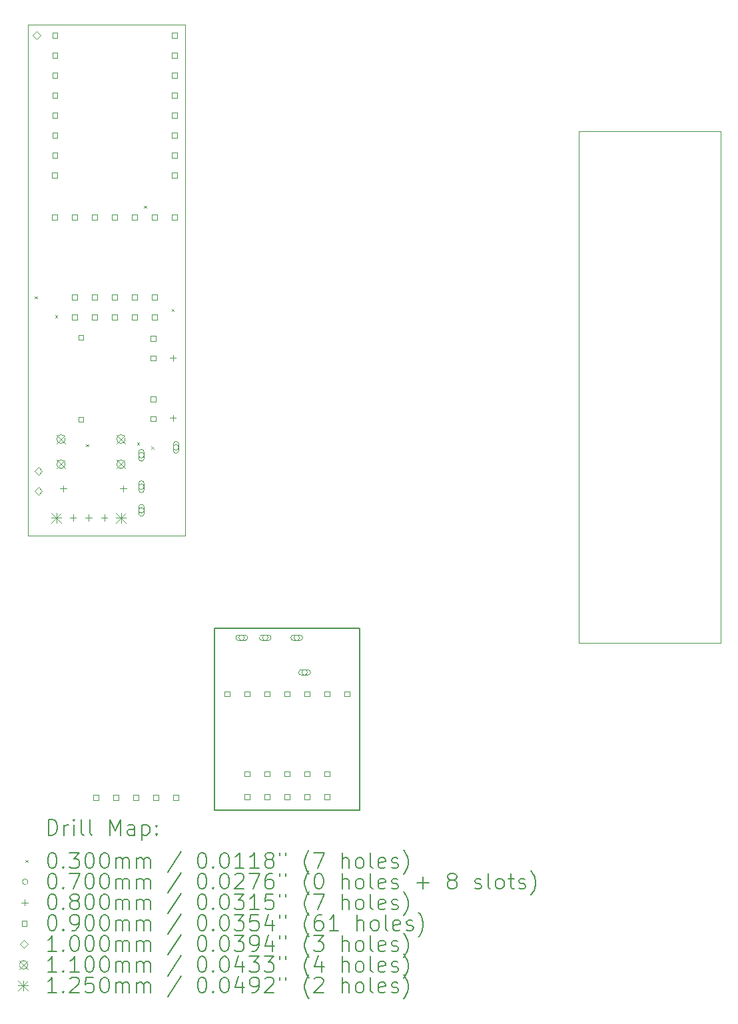
<source format=gbr>
%TF.GenerationSoftware,KiCad,Pcbnew,9.0.2*%
%TF.CreationDate,2025-07-09T03:35:44-04:00*%
%TF.ProjectId,FBT,4642542e-6b69-4636-9164-5f7063625858,rev?*%
%TF.SameCoordinates,Original*%
%TF.FileFunction,Drillmap*%
%TF.FilePolarity,Positive*%
%FSLAX45Y45*%
G04 Gerber Fmt 4.5, Leading zero omitted, Abs format (unit mm)*
G04 Created by KiCad (PCBNEW 9.0.2) date 2025-07-09 03:35:44*
%MOMM*%
%LPD*%
G01*
G04 APERTURE LIST*
%ADD10C,0.050000*%
%ADD11C,0.200000*%
%ADD12C,0.100000*%
%ADD13C,0.110000*%
%ADD14C,0.125000*%
G04 APERTURE END LIST*
D10*
X16150000Y-6070000D02*
X17950000Y-6070000D01*
X17950000Y-12570000D01*
X16150000Y-12570000D01*
X16150000Y-6070000D01*
D11*
X11517010Y-12381941D02*
X13367010Y-12381941D01*
X13367010Y-14691941D01*
X11517010Y-14691941D01*
X11517010Y-12381941D01*
D10*
X9150000Y-4710000D02*
X11150000Y-4710000D01*
X11150000Y-11210000D01*
X9150000Y-11210000D01*
X9150000Y-4710000D01*
D11*
D12*
X9235000Y-8165000D02*
X9265000Y-8195000D01*
X9265000Y-8165000D02*
X9235000Y-8195000D01*
X9495000Y-8405000D02*
X9525000Y-8435000D01*
X9525000Y-8405000D02*
X9495000Y-8435000D01*
X9885000Y-10045000D02*
X9915000Y-10075000D01*
X9915000Y-10045000D02*
X9885000Y-10075000D01*
X10535000Y-10025000D02*
X10565000Y-10055000D01*
X10565000Y-10025000D02*
X10535000Y-10055000D01*
X10625000Y-7015000D02*
X10655000Y-7045000D01*
X10655000Y-7015000D02*
X10625000Y-7045000D01*
X10715000Y-10075000D02*
X10745000Y-10105000D01*
X10745000Y-10075000D02*
X10715000Y-10105000D01*
X10975000Y-8325000D02*
X11005000Y-8355000D01*
X11005000Y-8325000D02*
X10975000Y-8355000D01*
X10625000Y-10185500D02*
G75*
G02*
X10555000Y-10185500I-35000J0D01*
G01*
X10555000Y-10185500D02*
G75*
G02*
X10625000Y-10185500I35000J0D01*
G01*
X10625000Y-10225500D02*
X10625000Y-10145500D01*
X10555000Y-10145500D02*
G75*
G02*
X10625000Y-10145500I35000J0D01*
G01*
X10555000Y-10145500D02*
X10555000Y-10225500D01*
X10555000Y-10225500D02*
G75*
G03*
X10625000Y-10225500I35000J0D01*
G01*
X10625000Y-10585500D02*
G75*
G02*
X10555000Y-10585500I-35000J0D01*
G01*
X10555000Y-10585500D02*
G75*
G02*
X10625000Y-10585500I35000J0D01*
G01*
X10625000Y-10625500D02*
X10625000Y-10545500D01*
X10555000Y-10545500D02*
G75*
G02*
X10625000Y-10545500I35000J0D01*
G01*
X10555000Y-10545500D02*
X10555000Y-10625500D01*
X10555000Y-10625500D02*
G75*
G03*
X10625000Y-10625500I35000J0D01*
G01*
X10625000Y-10885500D02*
G75*
G02*
X10555000Y-10885500I-35000J0D01*
G01*
X10555000Y-10885500D02*
G75*
G02*
X10625000Y-10885500I35000J0D01*
G01*
X10625000Y-10925500D02*
X10625000Y-10845500D01*
X10555000Y-10845500D02*
G75*
G02*
X10625000Y-10845500I35000J0D01*
G01*
X10555000Y-10845500D02*
X10555000Y-10925500D01*
X10555000Y-10925500D02*
G75*
G03*
X10625000Y-10925500I35000J0D01*
G01*
X11065000Y-10085500D02*
G75*
G02*
X10995000Y-10085500I-35000J0D01*
G01*
X10995000Y-10085500D02*
G75*
G02*
X11065000Y-10085500I35000J0D01*
G01*
X11065000Y-10125500D02*
X11065000Y-10045500D01*
X10995000Y-10045500D02*
G75*
G02*
X11065000Y-10045500I35000J0D01*
G01*
X10995000Y-10045500D02*
X10995000Y-10125500D01*
X10995000Y-10125500D02*
G75*
G03*
X11065000Y-10125500I35000J0D01*
G01*
X11899510Y-12504941D02*
G75*
G02*
X11829510Y-12504941I-35000J0D01*
G01*
X11829510Y-12504941D02*
G75*
G02*
X11899510Y-12504941I35000J0D01*
G01*
X11824510Y-12539941D02*
X11904510Y-12539941D01*
X11904510Y-12469941D02*
G75*
G02*
X11904510Y-12539941I0J-35000D01*
G01*
X11904510Y-12469941D02*
X11824510Y-12469941D01*
X11824510Y-12469941D02*
G75*
G03*
X11824510Y-12539941I0J-35000D01*
G01*
X12199510Y-12504941D02*
G75*
G02*
X12129510Y-12504941I-35000J0D01*
G01*
X12129510Y-12504941D02*
G75*
G02*
X12199510Y-12504941I35000J0D01*
G01*
X12124510Y-12539941D02*
X12204510Y-12539941D01*
X12204510Y-12469941D02*
G75*
G02*
X12204510Y-12539941I0J-35000D01*
G01*
X12204510Y-12469941D02*
X12124510Y-12469941D01*
X12124510Y-12469941D02*
G75*
G03*
X12124510Y-12539941I0J-35000D01*
G01*
X12599510Y-12504941D02*
G75*
G02*
X12529510Y-12504941I-35000J0D01*
G01*
X12529510Y-12504941D02*
G75*
G02*
X12599510Y-12504941I35000J0D01*
G01*
X12524510Y-12539941D02*
X12604510Y-12539941D01*
X12604510Y-12469941D02*
G75*
G02*
X12604510Y-12539941I0J-35000D01*
G01*
X12604510Y-12469941D02*
X12524510Y-12469941D01*
X12524510Y-12469941D02*
G75*
G03*
X12524510Y-12539941I0J-35000D01*
G01*
X12699510Y-12944941D02*
G75*
G02*
X12629510Y-12944941I-35000J0D01*
G01*
X12629510Y-12944941D02*
G75*
G02*
X12699510Y-12944941I35000J0D01*
G01*
X12624510Y-12979941D02*
X12704510Y-12979941D01*
X12704510Y-12909941D02*
G75*
G02*
X12704510Y-12979941I0J-35000D01*
G01*
X12704510Y-12909941D02*
X12624510Y-12909941D01*
X12624510Y-12909941D02*
G75*
G03*
X12624510Y-12979941I0J-35000D01*
G01*
X9598000Y-10570000D02*
X9598000Y-10650000D01*
X9558000Y-10610000D02*
X9638000Y-10610000D01*
X9720000Y-10940000D02*
X9720000Y-11020000D01*
X9680000Y-10980000D02*
X9760000Y-10980000D01*
X9920000Y-10940000D02*
X9920000Y-11020000D01*
X9880000Y-10980000D02*
X9960000Y-10980000D01*
X10120000Y-10940000D02*
X10120000Y-11020000D01*
X10080000Y-10980000D02*
X10160000Y-10980000D01*
X10360000Y-10570000D02*
X10360000Y-10650000D01*
X10320000Y-10610000D02*
X10400000Y-10610000D01*
X10990000Y-8909000D02*
X10990000Y-8989000D01*
X10950000Y-8949000D02*
X11030000Y-8949000D01*
X10990000Y-9671000D02*
X10990000Y-9751000D01*
X10950000Y-9711000D02*
X11030000Y-9711000D01*
X9519820Y-6660820D02*
X9519820Y-6597180D01*
X9456180Y-6597180D01*
X9456180Y-6660820D01*
X9519820Y-6660820D01*
X9519820Y-7193820D02*
X9519820Y-7130180D01*
X9456180Y-7130180D01*
X9456180Y-7193820D01*
X9519820Y-7193820D01*
X9523820Y-4882820D02*
X9523820Y-4819180D01*
X9460180Y-4819180D01*
X9460180Y-4882820D01*
X9523820Y-4882820D01*
X9523820Y-5136820D02*
X9523820Y-5073180D01*
X9460180Y-5073180D01*
X9460180Y-5136820D01*
X9523820Y-5136820D01*
X9523820Y-5390820D02*
X9523820Y-5327180D01*
X9460180Y-5327180D01*
X9460180Y-5390820D01*
X9523820Y-5390820D01*
X9523820Y-5644820D02*
X9523820Y-5581180D01*
X9460180Y-5581180D01*
X9460180Y-5644820D01*
X9523820Y-5644820D01*
X9523820Y-5898820D02*
X9523820Y-5835180D01*
X9460180Y-5835180D01*
X9460180Y-5898820D01*
X9523820Y-5898820D01*
X9523820Y-6152820D02*
X9523820Y-6089180D01*
X9460180Y-6089180D01*
X9460180Y-6152820D01*
X9523820Y-6152820D01*
X9523820Y-6406820D02*
X9523820Y-6343180D01*
X9460180Y-6343180D01*
X9460180Y-6406820D01*
X9523820Y-6406820D01*
X9773820Y-7193820D02*
X9773820Y-7130180D01*
X9710180Y-7130180D01*
X9710180Y-7193820D01*
X9773820Y-7193820D01*
X9773820Y-8209820D02*
X9773820Y-8146180D01*
X9710180Y-8146180D01*
X9710180Y-8209820D01*
X9773820Y-8209820D01*
X9773820Y-8461820D02*
X9773820Y-8398180D01*
X9710180Y-8398180D01*
X9710180Y-8461820D01*
X9773820Y-8461820D01*
X9851820Y-8721820D02*
X9851820Y-8658180D01*
X9788180Y-8658180D01*
X9788180Y-8721820D01*
X9851820Y-8721820D01*
X9851820Y-9761820D02*
X9851820Y-9698180D01*
X9788180Y-9698180D01*
X9788180Y-9761820D01*
X9851820Y-9761820D01*
X10027820Y-7193820D02*
X10027820Y-7130180D01*
X9964180Y-7130180D01*
X9964180Y-7193820D01*
X10027820Y-7193820D01*
X10027820Y-8209820D02*
X10027820Y-8146180D01*
X9964180Y-8146180D01*
X9964180Y-8209820D01*
X10027820Y-8209820D01*
X10027820Y-8461820D02*
X10027820Y-8398180D01*
X9964180Y-8398180D01*
X9964180Y-8461820D01*
X10027820Y-8461820D01*
X10045820Y-14568820D02*
X10045820Y-14505180D01*
X9982180Y-14505180D01*
X9982180Y-14568820D01*
X10045820Y-14568820D01*
X10281820Y-7193820D02*
X10281820Y-7130180D01*
X10218180Y-7130180D01*
X10218180Y-7193820D01*
X10281820Y-7193820D01*
X10281820Y-8209820D02*
X10281820Y-8146180D01*
X10218180Y-8146180D01*
X10218180Y-8209820D01*
X10281820Y-8209820D01*
X10281820Y-8461820D02*
X10281820Y-8398180D01*
X10218180Y-8398180D01*
X10218180Y-8461820D01*
X10281820Y-8461820D01*
X10299820Y-14568820D02*
X10299820Y-14505180D01*
X10236180Y-14505180D01*
X10236180Y-14568820D01*
X10299820Y-14568820D01*
X10535820Y-7193820D02*
X10535820Y-7130180D01*
X10472180Y-7130180D01*
X10472180Y-7193820D01*
X10535820Y-7193820D01*
X10535820Y-8209820D02*
X10535820Y-8146180D01*
X10472180Y-8146180D01*
X10472180Y-8209820D01*
X10535820Y-8209820D01*
X10535820Y-8461820D02*
X10535820Y-8398180D01*
X10472180Y-8398180D01*
X10472180Y-8461820D01*
X10535820Y-8461820D01*
X10553820Y-14568820D02*
X10553820Y-14505180D01*
X10490180Y-14505180D01*
X10490180Y-14568820D01*
X10553820Y-14568820D01*
X10771820Y-8731820D02*
X10771820Y-8668180D01*
X10708180Y-8668180D01*
X10708180Y-8731820D01*
X10771820Y-8731820D01*
X10771820Y-8981820D02*
X10771820Y-8918180D01*
X10708180Y-8918180D01*
X10708180Y-8981820D01*
X10771820Y-8981820D01*
X10771820Y-9501820D02*
X10771820Y-9438180D01*
X10708180Y-9438180D01*
X10708180Y-9501820D01*
X10771820Y-9501820D01*
X10771820Y-9751820D02*
X10771820Y-9688180D01*
X10708180Y-9688180D01*
X10708180Y-9751820D01*
X10771820Y-9751820D01*
X10789820Y-7193820D02*
X10789820Y-7130180D01*
X10726180Y-7130180D01*
X10726180Y-7193820D01*
X10789820Y-7193820D01*
X10789820Y-8209820D02*
X10789820Y-8146180D01*
X10726180Y-8146180D01*
X10726180Y-8209820D01*
X10789820Y-8209820D01*
X10789820Y-8461820D02*
X10789820Y-8398180D01*
X10726180Y-8398180D01*
X10726180Y-8461820D01*
X10789820Y-8461820D01*
X10807820Y-14568820D02*
X10807820Y-14505180D01*
X10744180Y-14505180D01*
X10744180Y-14568820D01*
X10807820Y-14568820D01*
X11043820Y-4882820D02*
X11043820Y-4819180D01*
X10980180Y-4819180D01*
X10980180Y-4882820D01*
X11043820Y-4882820D01*
X11043820Y-5136820D02*
X11043820Y-5073180D01*
X10980180Y-5073180D01*
X10980180Y-5136820D01*
X11043820Y-5136820D01*
X11043820Y-5390820D02*
X11043820Y-5327180D01*
X10980180Y-5327180D01*
X10980180Y-5390820D01*
X11043820Y-5390820D01*
X11043820Y-5644820D02*
X11043820Y-5581180D01*
X10980180Y-5581180D01*
X10980180Y-5644820D01*
X11043820Y-5644820D01*
X11043820Y-5898820D02*
X11043820Y-5835180D01*
X10980180Y-5835180D01*
X10980180Y-5898820D01*
X11043820Y-5898820D01*
X11043820Y-6152820D02*
X11043820Y-6089180D01*
X10980180Y-6089180D01*
X10980180Y-6152820D01*
X11043820Y-6152820D01*
X11043820Y-6406820D02*
X11043820Y-6343180D01*
X10980180Y-6343180D01*
X10980180Y-6406820D01*
X11043820Y-6406820D01*
X11043820Y-6660820D02*
X11043820Y-6597180D01*
X10980180Y-6597180D01*
X10980180Y-6660820D01*
X11043820Y-6660820D01*
X11043820Y-7193820D02*
X11043820Y-7130180D01*
X10980180Y-7130180D01*
X10980180Y-7193820D01*
X11043820Y-7193820D01*
X11061820Y-14568820D02*
X11061820Y-14505180D01*
X10998180Y-14505180D01*
X10998180Y-14568820D01*
X11061820Y-14568820D01*
X11711921Y-13250871D02*
X11711921Y-13187231D01*
X11648281Y-13187231D01*
X11648281Y-13250871D01*
X11711921Y-13250871D01*
X11965820Y-14558820D02*
X11965820Y-14495180D01*
X11902180Y-14495180D01*
X11902180Y-14558820D01*
X11965820Y-14558820D01*
X11965921Y-13250871D02*
X11965921Y-13187231D01*
X11902281Y-13187231D01*
X11902281Y-13250871D01*
X11965921Y-13250871D01*
X11965921Y-14266871D02*
X11965921Y-14203231D01*
X11902281Y-14203231D01*
X11902281Y-14266871D01*
X11965921Y-14266871D01*
X12219820Y-14558820D02*
X12219820Y-14495180D01*
X12156180Y-14495180D01*
X12156180Y-14558820D01*
X12219820Y-14558820D01*
X12219921Y-13250871D02*
X12219921Y-13187231D01*
X12156281Y-13187231D01*
X12156281Y-13250871D01*
X12219921Y-13250871D01*
X12219921Y-14266871D02*
X12219921Y-14203231D01*
X12156281Y-14203231D01*
X12156281Y-14266871D01*
X12219921Y-14266871D01*
X12473820Y-14558820D02*
X12473820Y-14495180D01*
X12410180Y-14495180D01*
X12410180Y-14558820D01*
X12473820Y-14558820D01*
X12473921Y-13250871D02*
X12473921Y-13187231D01*
X12410281Y-13187231D01*
X12410281Y-13250871D01*
X12473921Y-13250871D01*
X12473921Y-14266871D02*
X12473921Y-14203231D01*
X12410281Y-14203231D01*
X12410281Y-14266871D01*
X12473921Y-14266871D01*
X12727820Y-14558820D02*
X12727820Y-14495180D01*
X12664180Y-14495180D01*
X12664180Y-14558820D01*
X12727820Y-14558820D01*
X12727921Y-13250871D02*
X12727921Y-13187231D01*
X12664281Y-13187231D01*
X12664281Y-13250871D01*
X12727921Y-13250871D01*
X12727921Y-14266871D02*
X12727921Y-14203231D01*
X12664281Y-14203231D01*
X12664281Y-14266871D01*
X12727921Y-14266871D01*
X12981820Y-14558820D02*
X12981820Y-14495180D01*
X12918180Y-14495180D01*
X12918180Y-14558820D01*
X12981820Y-14558820D01*
X12981921Y-13250871D02*
X12981921Y-13187231D01*
X12918281Y-13187231D01*
X12918281Y-13250871D01*
X12981921Y-13250871D01*
X12981921Y-14266871D02*
X12981921Y-14203231D01*
X12918281Y-14203231D01*
X12918281Y-14266871D01*
X12981921Y-14266871D01*
X13235921Y-13250871D02*
X13235921Y-13187231D01*
X13172281Y-13187231D01*
X13172281Y-13250871D01*
X13235921Y-13250871D01*
X9260000Y-4900000D02*
X9310000Y-4850000D01*
X9260000Y-4800000D01*
X9210000Y-4850000D01*
X9260000Y-4900000D01*
X9280000Y-10433500D02*
X9330000Y-10383500D01*
X9280000Y-10333500D01*
X9230000Y-10383500D01*
X9280000Y-10433500D01*
X9280000Y-10687500D02*
X9330000Y-10637500D01*
X9280000Y-10587500D01*
X9230000Y-10637500D01*
X9280000Y-10687500D01*
D13*
X9513000Y-9925000D02*
X9623000Y-10035000D01*
X9623000Y-9925000D02*
X9513000Y-10035000D01*
X9623000Y-9980000D02*
G75*
G02*
X9513000Y-9980000I-55000J0D01*
G01*
X9513000Y-9980000D02*
G75*
G02*
X9623000Y-9980000I55000J0D01*
G01*
X9513000Y-10245000D02*
X9623000Y-10355000D01*
X9623000Y-10245000D02*
X9513000Y-10355000D01*
X9623000Y-10300000D02*
G75*
G02*
X9513000Y-10300000I-55000J0D01*
G01*
X9513000Y-10300000D02*
G75*
G02*
X9623000Y-10300000I55000J0D01*
G01*
X10275000Y-9925000D02*
X10385000Y-10035000D01*
X10385000Y-9925000D02*
X10275000Y-10035000D01*
X10385000Y-9980000D02*
G75*
G02*
X10275000Y-9980000I-55000J0D01*
G01*
X10275000Y-9980000D02*
G75*
G02*
X10385000Y-9980000I55000J0D01*
G01*
X10275000Y-10245000D02*
X10385000Y-10355000D01*
X10385000Y-10245000D02*
X10275000Y-10355000D01*
X10385000Y-10300000D02*
G75*
G02*
X10275000Y-10300000I-55000J0D01*
G01*
X10275000Y-10300000D02*
G75*
G02*
X10385000Y-10300000I55000J0D01*
G01*
D14*
X9447500Y-10917500D02*
X9572500Y-11042500D01*
X9572500Y-10917500D02*
X9447500Y-11042500D01*
X9510000Y-10917500D02*
X9510000Y-11042500D01*
X9447500Y-10980000D02*
X9572500Y-10980000D01*
X10267500Y-10917500D02*
X10392500Y-11042500D01*
X10392500Y-10917500D02*
X10267500Y-11042500D01*
X10330000Y-10917500D02*
X10330000Y-11042500D01*
X10267500Y-10980000D02*
X10392500Y-10980000D01*
D11*
X9408277Y-15013425D02*
X9408277Y-14813425D01*
X9408277Y-14813425D02*
X9455896Y-14813425D01*
X9455896Y-14813425D02*
X9484467Y-14822949D01*
X9484467Y-14822949D02*
X9503515Y-14841996D01*
X9503515Y-14841996D02*
X9513039Y-14861044D01*
X9513039Y-14861044D02*
X9522563Y-14899139D01*
X9522563Y-14899139D02*
X9522563Y-14927711D01*
X9522563Y-14927711D02*
X9513039Y-14965806D01*
X9513039Y-14965806D02*
X9503515Y-14984853D01*
X9503515Y-14984853D02*
X9484467Y-15003901D01*
X9484467Y-15003901D02*
X9455896Y-15013425D01*
X9455896Y-15013425D02*
X9408277Y-15013425D01*
X9608277Y-15013425D02*
X9608277Y-14880092D01*
X9608277Y-14918187D02*
X9617801Y-14899139D01*
X9617801Y-14899139D02*
X9627324Y-14889615D01*
X9627324Y-14889615D02*
X9646372Y-14880092D01*
X9646372Y-14880092D02*
X9665420Y-14880092D01*
X9732086Y-15013425D02*
X9732086Y-14880092D01*
X9732086Y-14813425D02*
X9722563Y-14822949D01*
X9722563Y-14822949D02*
X9732086Y-14832473D01*
X9732086Y-14832473D02*
X9741610Y-14822949D01*
X9741610Y-14822949D02*
X9732086Y-14813425D01*
X9732086Y-14813425D02*
X9732086Y-14832473D01*
X9855896Y-15013425D02*
X9836848Y-15003901D01*
X9836848Y-15003901D02*
X9827324Y-14984853D01*
X9827324Y-14984853D02*
X9827324Y-14813425D01*
X9960658Y-15013425D02*
X9941610Y-15003901D01*
X9941610Y-15003901D02*
X9932086Y-14984853D01*
X9932086Y-14984853D02*
X9932086Y-14813425D01*
X10189229Y-15013425D02*
X10189229Y-14813425D01*
X10189229Y-14813425D02*
X10255896Y-14956282D01*
X10255896Y-14956282D02*
X10322563Y-14813425D01*
X10322563Y-14813425D02*
X10322563Y-15013425D01*
X10503515Y-15013425D02*
X10503515Y-14908663D01*
X10503515Y-14908663D02*
X10493991Y-14889615D01*
X10493991Y-14889615D02*
X10474944Y-14880092D01*
X10474944Y-14880092D02*
X10436848Y-14880092D01*
X10436848Y-14880092D02*
X10417801Y-14889615D01*
X10503515Y-15003901D02*
X10484467Y-15013425D01*
X10484467Y-15013425D02*
X10436848Y-15013425D01*
X10436848Y-15013425D02*
X10417801Y-15003901D01*
X10417801Y-15003901D02*
X10408277Y-14984853D01*
X10408277Y-14984853D02*
X10408277Y-14965806D01*
X10408277Y-14965806D02*
X10417801Y-14946758D01*
X10417801Y-14946758D02*
X10436848Y-14937234D01*
X10436848Y-14937234D02*
X10484467Y-14937234D01*
X10484467Y-14937234D02*
X10503515Y-14927711D01*
X10598753Y-14880092D02*
X10598753Y-15080092D01*
X10598753Y-14889615D02*
X10617801Y-14880092D01*
X10617801Y-14880092D02*
X10655896Y-14880092D01*
X10655896Y-14880092D02*
X10674944Y-14889615D01*
X10674944Y-14889615D02*
X10684467Y-14899139D01*
X10684467Y-14899139D02*
X10693991Y-14918187D01*
X10693991Y-14918187D02*
X10693991Y-14975330D01*
X10693991Y-14975330D02*
X10684467Y-14994377D01*
X10684467Y-14994377D02*
X10674944Y-15003901D01*
X10674944Y-15003901D02*
X10655896Y-15013425D01*
X10655896Y-15013425D02*
X10617801Y-15013425D01*
X10617801Y-15013425D02*
X10598753Y-15003901D01*
X10779705Y-14994377D02*
X10789229Y-15003901D01*
X10789229Y-15003901D02*
X10779705Y-15013425D01*
X10779705Y-15013425D02*
X10770182Y-15003901D01*
X10770182Y-15003901D02*
X10779705Y-14994377D01*
X10779705Y-14994377D02*
X10779705Y-15013425D01*
X10779705Y-14889615D02*
X10789229Y-14899139D01*
X10789229Y-14899139D02*
X10779705Y-14908663D01*
X10779705Y-14908663D02*
X10770182Y-14899139D01*
X10770182Y-14899139D02*
X10779705Y-14889615D01*
X10779705Y-14889615D02*
X10779705Y-14908663D01*
D12*
X9117500Y-15326941D02*
X9147500Y-15356941D01*
X9147500Y-15326941D02*
X9117500Y-15356941D01*
D11*
X9446372Y-15233425D02*
X9465420Y-15233425D01*
X9465420Y-15233425D02*
X9484467Y-15242949D01*
X9484467Y-15242949D02*
X9493991Y-15252473D01*
X9493991Y-15252473D02*
X9503515Y-15271520D01*
X9503515Y-15271520D02*
X9513039Y-15309615D01*
X9513039Y-15309615D02*
X9513039Y-15357234D01*
X9513039Y-15357234D02*
X9503515Y-15395330D01*
X9503515Y-15395330D02*
X9493991Y-15414377D01*
X9493991Y-15414377D02*
X9484467Y-15423901D01*
X9484467Y-15423901D02*
X9465420Y-15433425D01*
X9465420Y-15433425D02*
X9446372Y-15433425D01*
X9446372Y-15433425D02*
X9427324Y-15423901D01*
X9427324Y-15423901D02*
X9417801Y-15414377D01*
X9417801Y-15414377D02*
X9408277Y-15395330D01*
X9408277Y-15395330D02*
X9398753Y-15357234D01*
X9398753Y-15357234D02*
X9398753Y-15309615D01*
X9398753Y-15309615D02*
X9408277Y-15271520D01*
X9408277Y-15271520D02*
X9417801Y-15252473D01*
X9417801Y-15252473D02*
X9427324Y-15242949D01*
X9427324Y-15242949D02*
X9446372Y-15233425D01*
X9598753Y-15414377D02*
X9608277Y-15423901D01*
X9608277Y-15423901D02*
X9598753Y-15433425D01*
X9598753Y-15433425D02*
X9589229Y-15423901D01*
X9589229Y-15423901D02*
X9598753Y-15414377D01*
X9598753Y-15414377D02*
X9598753Y-15433425D01*
X9674944Y-15233425D02*
X9798753Y-15233425D01*
X9798753Y-15233425D02*
X9732086Y-15309615D01*
X9732086Y-15309615D02*
X9760658Y-15309615D01*
X9760658Y-15309615D02*
X9779705Y-15319139D01*
X9779705Y-15319139D02*
X9789229Y-15328663D01*
X9789229Y-15328663D02*
X9798753Y-15347711D01*
X9798753Y-15347711D02*
X9798753Y-15395330D01*
X9798753Y-15395330D02*
X9789229Y-15414377D01*
X9789229Y-15414377D02*
X9779705Y-15423901D01*
X9779705Y-15423901D02*
X9760658Y-15433425D01*
X9760658Y-15433425D02*
X9703515Y-15433425D01*
X9703515Y-15433425D02*
X9684467Y-15423901D01*
X9684467Y-15423901D02*
X9674944Y-15414377D01*
X9922563Y-15233425D02*
X9941610Y-15233425D01*
X9941610Y-15233425D02*
X9960658Y-15242949D01*
X9960658Y-15242949D02*
X9970182Y-15252473D01*
X9970182Y-15252473D02*
X9979705Y-15271520D01*
X9979705Y-15271520D02*
X9989229Y-15309615D01*
X9989229Y-15309615D02*
X9989229Y-15357234D01*
X9989229Y-15357234D02*
X9979705Y-15395330D01*
X9979705Y-15395330D02*
X9970182Y-15414377D01*
X9970182Y-15414377D02*
X9960658Y-15423901D01*
X9960658Y-15423901D02*
X9941610Y-15433425D01*
X9941610Y-15433425D02*
X9922563Y-15433425D01*
X9922563Y-15433425D02*
X9903515Y-15423901D01*
X9903515Y-15423901D02*
X9893991Y-15414377D01*
X9893991Y-15414377D02*
X9884467Y-15395330D01*
X9884467Y-15395330D02*
X9874944Y-15357234D01*
X9874944Y-15357234D02*
X9874944Y-15309615D01*
X9874944Y-15309615D02*
X9884467Y-15271520D01*
X9884467Y-15271520D02*
X9893991Y-15252473D01*
X9893991Y-15252473D02*
X9903515Y-15242949D01*
X9903515Y-15242949D02*
X9922563Y-15233425D01*
X10113039Y-15233425D02*
X10132086Y-15233425D01*
X10132086Y-15233425D02*
X10151134Y-15242949D01*
X10151134Y-15242949D02*
X10160658Y-15252473D01*
X10160658Y-15252473D02*
X10170182Y-15271520D01*
X10170182Y-15271520D02*
X10179705Y-15309615D01*
X10179705Y-15309615D02*
X10179705Y-15357234D01*
X10179705Y-15357234D02*
X10170182Y-15395330D01*
X10170182Y-15395330D02*
X10160658Y-15414377D01*
X10160658Y-15414377D02*
X10151134Y-15423901D01*
X10151134Y-15423901D02*
X10132086Y-15433425D01*
X10132086Y-15433425D02*
X10113039Y-15433425D01*
X10113039Y-15433425D02*
X10093991Y-15423901D01*
X10093991Y-15423901D02*
X10084467Y-15414377D01*
X10084467Y-15414377D02*
X10074944Y-15395330D01*
X10074944Y-15395330D02*
X10065420Y-15357234D01*
X10065420Y-15357234D02*
X10065420Y-15309615D01*
X10065420Y-15309615D02*
X10074944Y-15271520D01*
X10074944Y-15271520D02*
X10084467Y-15252473D01*
X10084467Y-15252473D02*
X10093991Y-15242949D01*
X10093991Y-15242949D02*
X10113039Y-15233425D01*
X10265420Y-15433425D02*
X10265420Y-15300092D01*
X10265420Y-15319139D02*
X10274944Y-15309615D01*
X10274944Y-15309615D02*
X10293991Y-15300092D01*
X10293991Y-15300092D02*
X10322563Y-15300092D01*
X10322563Y-15300092D02*
X10341610Y-15309615D01*
X10341610Y-15309615D02*
X10351134Y-15328663D01*
X10351134Y-15328663D02*
X10351134Y-15433425D01*
X10351134Y-15328663D02*
X10360658Y-15309615D01*
X10360658Y-15309615D02*
X10379705Y-15300092D01*
X10379705Y-15300092D02*
X10408277Y-15300092D01*
X10408277Y-15300092D02*
X10427325Y-15309615D01*
X10427325Y-15309615D02*
X10436848Y-15328663D01*
X10436848Y-15328663D02*
X10436848Y-15433425D01*
X10532086Y-15433425D02*
X10532086Y-15300092D01*
X10532086Y-15319139D02*
X10541610Y-15309615D01*
X10541610Y-15309615D02*
X10560658Y-15300092D01*
X10560658Y-15300092D02*
X10589229Y-15300092D01*
X10589229Y-15300092D02*
X10608277Y-15309615D01*
X10608277Y-15309615D02*
X10617801Y-15328663D01*
X10617801Y-15328663D02*
X10617801Y-15433425D01*
X10617801Y-15328663D02*
X10627325Y-15309615D01*
X10627325Y-15309615D02*
X10646372Y-15300092D01*
X10646372Y-15300092D02*
X10674944Y-15300092D01*
X10674944Y-15300092D02*
X10693991Y-15309615D01*
X10693991Y-15309615D02*
X10703515Y-15328663D01*
X10703515Y-15328663D02*
X10703515Y-15433425D01*
X11093991Y-15223901D02*
X10922563Y-15481044D01*
X11351134Y-15233425D02*
X11370182Y-15233425D01*
X11370182Y-15233425D02*
X11389229Y-15242949D01*
X11389229Y-15242949D02*
X11398753Y-15252473D01*
X11398753Y-15252473D02*
X11408277Y-15271520D01*
X11408277Y-15271520D02*
X11417801Y-15309615D01*
X11417801Y-15309615D02*
X11417801Y-15357234D01*
X11417801Y-15357234D02*
X11408277Y-15395330D01*
X11408277Y-15395330D02*
X11398753Y-15414377D01*
X11398753Y-15414377D02*
X11389229Y-15423901D01*
X11389229Y-15423901D02*
X11370182Y-15433425D01*
X11370182Y-15433425D02*
X11351134Y-15433425D01*
X11351134Y-15433425D02*
X11332086Y-15423901D01*
X11332086Y-15423901D02*
X11322563Y-15414377D01*
X11322563Y-15414377D02*
X11313039Y-15395330D01*
X11313039Y-15395330D02*
X11303515Y-15357234D01*
X11303515Y-15357234D02*
X11303515Y-15309615D01*
X11303515Y-15309615D02*
X11313039Y-15271520D01*
X11313039Y-15271520D02*
X11322563Y-15252473D01*
X11322563Y-15252473D02*
X11332086Y-15242949D01*
X11332086Y-15242949D02*
X11351134Y-15233425D01*
X11503515Y-15414377D02*
X11513039Y-15423901D01*
X11513039Y-15423901D02*
X11503515Y-15433425D01*
X11503515Y-15433425D02*
X11493991Y-15423901D01*
X11493991Y-15423901D02*
X11503515Y-15414377D01*
X11503515Y-15414377D02*
X11503515Y-15433425D01*
X11636848Y-15233425D02*
X11655896Y-15233425D01*
X11655896Y-15233425D02*
X11674944Y-15242949D01*
X11674944Y-15242949D02*
X11684467Y-15252473D01*
X11684467Y-15252473D02*
X11693991Y-15271520D01*
X11693991Y-15271520D02*
X11703515Y-15309615D01*
X11703515Y-15309615D02*
X11703515Y-15357234D01*
X11703515Y-15357234D02*
X11693991Y-15395330D01*
X11693991Y-15395330D02*
X11684467Y-15414377D01*
X11684467Y-15414377D02*
X11674944Y-15423901D01*
X11674944Y-15423901D02*
X11655896Y-15433425D01*
X11655896Y-15433425D02*
X11636848Y-15433425D01*
X11636848Y-15433425D02*
X11617801Y-15423901D01*
X11617801Y-15423901D02*
X11608277Y-15414377D01*
X11608277Y-15414377D02*
X11598753Y-15395330D01*
X11598753Y-15395330D02*
X11589229Y-15357234D01*
X11589229Y-15357234D02*
X11589229Y-15309615D01*
X11589229Y-15309615D02*
X11598753Y-15271520D01*
X11598753Y-15271520D02*
X11608277Y-15252473D01*
X11608277Y-15252473D02*
X11617801Y-15242949D01*
X11617801Y-15242949D02*
X11636848Y-15233425D01*
X11893991Y-15433425D02*
X11779706Y-15433425D01*
X11836848Y-15433425D02*
X11836848Y-15233425D01*
X11836848Y-15233425D02*
X11817801Y-15261996D01*
X11817801Y-15261996D02*
X11798753Y-15281044D01*
X11798753Y-15281044D02*
X11779706Y-15290568D01*
X12084467Y-15433425D02*
X11970182Y-15433425D01*
X12027325Y-15433425D02*
X12027325Y-15233425D01*
X12027325Y-15233425D02*
X12008277Y-15261996D01*
X12008277Y-15261996D02*
X11989229Y-15281044D01*
X11989229Y-15281044D02*
X11970182Y-15290568D01*
X12198753Y-15319139D02*
X12179706Y-15309615D01*
X12179706Y-15309615D02*
X12170182Y-15300092D01*
X12170182Y-15300092D02*
X12160658Y-15281044D01*
X12160658Y-15281044D02*
X12160658Y-15271520D01*
X12160658Y-15271520D02*
X12170182Y-15252473D01*
X12170182Y-15252473D02*
X12179706Y-15242949D01*
X12179706Y-15242949D02*
X12198753Y-15233425D01*
X12198753Y-15233425D02*
X12236848Y-15233425D01*
X12236848Y-15233425D02*
X12255896Y-15242949D01*
X12255896Y-15242949D02*
X12265420Y-15252473D01*
X12265420Y-15252473D02*
X12274944Y-15271520D01*
X12274944Y-15271520D02*
X12274944Y-15281044D01*
X12274944Y-15281044D02*
X12265420Y-15300092D01*
X12265420Y-15300092D02*
X12255896Y-15309615D01*
X12255896Y-15309615D02*
X12236848Y-15319139D01*
X12236848Y-15319139D02*
X12198753Y-15319139D01*
X12198753Y-15319139D02*
X12179706Y-15328663D01*
X12179706Y-15328663D02*
X12170182Y-15338187D01*
X12170182Y-15338187D02*
X12160658Y-15357234D01*
X12160658Y-15357234D02*
X12160658Y-15395330D01*
X12160658Y-15395330D02*
X12170182Y-15414377D01*
X12170182Y-15414377D02*
X12179706Y-15423901D01*
X12179706Y-15423901D02*
X12198753Y-15433425D01*
X12198753Y-15433425D02*
X12236848Y-15433425D01*
X12236848Y-15433425D02*
X12255896Y-15423901D01*
X12255896Y-15423901D02*
X12265420Y-15414377D01*
X12265420Y-15414377D02*
X12274944Y-15395330D01*
X12274944Y-15395330D02*
X12274944Y-15357234D01*
X12274944Y-15357234D02*
X12265420Y-15338187D01*
X12265420Y-15338187D02*
X12255896Y-15328663D01*
X12255896Y-15328663D02*
X12236848Y-15319139D01*
X12351134Y-15233425D02*
X12351134Y-15271520D01*
X12427325Y-15233425D02*
X12427325Y-15271520D01*
X12722563Y-15509615D02*
X12713039Y-15500092D01*
X12713039Y-15500092D02*
X12693991Y-15471520D01*
X12693991Y-15471520D02*
X12684468Y-15452473D01*
X12684468Y-15452473D02*
X12674944Y-15423901D01*
X12674944Y-15423901D02*
X12665420Y-15376282D01*
X12665420Y-15376282D02*
X12665420Y-15338187D01*
X12665420Y-15338187D02*
X12674944Y-15290568D01*
X12674944Y-15290568D02*
X12684468Y-15261996D01*
X12684468Y-15261996D02*
X12693991Y-15242949D01*
X12693991Y-15242949D02*
X12713039Y-15214377D01*
X12713039Y-15214377D02*
X12722563Y-15204853D01*
X12779706Y-15233425D02*
X12913039Y-15233425D01*
X12913039Y-15233425D02*
X12827325Y-15433425D01*
X13141610Y-15433425D02*
X13141610Y-15233425D01*
X13227325Y-15433425D02*
X13227325Y-15328663D01*
X13227325Y-15328663D02*
X13217801Y-15309615D01*
X13217801Y-15309615D02*
X13198753Y-15300092D01*
X13198753Y-15300092D02*
X13170182Y-15300092D01*
X13170182Y-15300092D02*
X13151134Y-15309615D01*
X13151134Y-15309615D02*
X13141610Y-15319139D01*
X13351134Y-15433425D02*
X13332087Y-15423901D01*
X13332087Y-15423901D02*
X13322563Y-15414377D01*
X13322563Y-15414377D02*
X13313039Y-15395330D01*
X13313039Y-15395330D02*
X13313039Y-15338187D01*
X13313039Y-15338187D02*
X13322563Y-15319139D01*
X13322563Y-15319139D02*
X13332087Y-15309615D01*
X13332087Y-15309615D02*
X13351134Y-15300092D01*
X13351134Y-15300092D02*
X13379706Y-15300092D01*
X13379706Y-15300092D02*
X13398753Y-15309615D01*
X13398753Y-15309615D02*
X13408277Y-15319139D01*
X13408277Y-15319139D02*
X13417801Y-15338187D01*
X13417801Y-15338187D02*
X13417801Y-15395330D01*
X13417801Y-15395330D02*
X13408277Y-15414377D01*
X13408277Y-15414377D02*
X13398753Y-15423901D01*
X13398753Y-15423901D02*
X13379706Y-15433425D01*
X13379706Y-15433425D02*
X13351134Y-15433425D01*
X13532087Y-15433425D02*
X13513039Y-15423901D01*
X13513039Y-15423901D02*
X13503515Y-15404853D01*
X13503515Y-15404853D02*
X13503515Y-15233425D01*
X13684468Y-15423901D02*
X13665420Y-15433425D01*
X13665420Y-15433425D02*
X13627325Y-15433425D01*
X13627325Y-15433425D02*
X13608277Y-15423901D01*
X13608277Y-15423901D02*
X13598753Y-15404853D01*
X13598753Y-15404853D02*
X13598753Y-15328663D01*
X13598753Y-15328663D02*
X13608277Y-15309615D01*
X13608277Y-15309615D02*
X13627325Y-15300092D01*
X13627325Y-15300092D02*
X13665420Y-15300092D01*
X13665420Y-15300092D02*
X13684468Y-15309615D01*
X13684468Y-15309615D02*
X13693991Y-15328663D01*
X13693991Y-15328663D02*
X13693991Y-15347711D01*
X13693991Y-15347711D02*
X13598753Y-15366758D01*
X13770182Y-15423901D02*
X13789230Y-15433425D01*
X13789230Y-15433425D02*
X13827325Y-15433425D01*
X13827325Y-15433425D02*
X13846372Y-15423901D01*
X13846372Y-15423901D02*
X13855896Y-15404853D01*
X13855896Y-15404853D02*
X13855896Y-15395330D01*
X13855896Y-15395330D02*
X13846372Y-15376282D01*
X13846372Y-15376282D02*
X13827325Y-15366758D01*
X13827325Y-15366758D02*
X13798753Y-15366758D01*
X13798753Y-15366758D02*
X13779706Y-15357234D01*
X13779706Y-15357234D02*
X13770182Y-15338187D01*
X13770182Y-15338187D02*
X13770182Y-15328663D01*
X13770182Y-15328663D02*
X13779706Y-15309615D01*
X13779706Y-15309615D02*
X13798753Y-15300092D01*
X13798753Y-15300092D02*
X13827325Y-15300092D01*
X13827325Y-15300092D02*
X13846372Y-15309615D01*
X13922563Y-15509615D02*
X13932087Y-15500092D01*
X13932087Y-15500092D02*
X13951134Y-15471520D01*
X13951134Y-15471520D02*
X13960658Y-15452473D01*
X13960658Y-15452473D02*
X13970182Y-15423901D01*
X13970182Y-15423901D02*
X13979706Y-15376282D01*
X13979706Y-15376282D02*
X13979706Y-15338187D01*
X13979706Y-15338187D02*
X13970182Y-15290568D01*
X13970182Y-15290568D02*
X13960658Y-15261996D01*
X13960658Y-15261996D02*
X13951134Y-15242949D01*
X13951134Y-15242949D02*
X13932087Y-15214377D01*
X13932087Y-15214377D02*
X13922563Y-15204853D01*
D12*
X9147500Y-15605941D02*
G75*
G02*
X9077500Y-15605941I-35000J0D01*
G01*
X9077500Y-15605941D02*
G75*
G02*
X9147500Y-15605941I35000J0D01*
G01*
D11*
X9446372Y-15497425D02*
X9465420Y-15497425D01*
X9465420Y-15497425D02*
X9484467Y-15506949D01*
X9484467Y-15506949D02*
X9493991Y-15516473D01*
X9493991Y-15516473D02*
X9503515Y-15535520D01*
X9503515Y-15535520D02*
X9513039Y-15573615D01*
X9513039Y-15573615D02*
X9513039Y-15621234D01*
X9513039Y-15621234D02*
X9503515Y-15659330D01*
X9503515Y-15659330D02*
X9493991Y-15678377D01*
X9493991Y-15678377D02*
X9484467Y-15687901D01*
X9484467Y-15687901D02*
X9465420Y-15697425D01*
X9465420Y-15697425D02*
X9446372Y-15697425D01*
X9446372Y-15697425D02*
X9427324Y-15687901D01*
X9427324Y-15687901D02*
X9417801Y-15678377D01*
X9417801Y-15678377D02*
X9408277Y-15659330D01*
X9408277Y-15659330D02*
X9398753Y-15621234D01*
X9398753Y-15621234D02*
X9398753Y-15573615D01*
X9398753Y-15573615D02*
X9408277Y-15535520D01*
X9408277Y-15535520D02*
X9417801Y-15516473D01*
X9417801Y-15516473D02*
X9427324Y-15506949D01*
X9427324Y-15506949D02*
X9446372Y-15497425D01*
X9598753Y-15678377D02*
X9608277Y-15687901D01*
X9608277Y-15687901D02*
X9598753Y-15697425D01*
X9598753Y-15697425D02*
X9589229Y-15687901D01*
X9589229Y-15687901D02*
X9598753Y-15678377D01*
X9598753Y-15678377D02*
X9598753Y-15697425D01*
X9674944Y-15497425D02*
X9808277Y-15497425D01*
X9808277Y-15497425D02*
X9722563Y-15697425D01*
X9922563Y-15497425D02*
X9941610Y-15497425D01*
X9941610Y-15497425D02*
X9960658Y-15506949D01*
X9960658Y-15506949D02*
X9970182Y-15516473D01*
X9970182Y-15516473D02*
X9979705Y-15535520D01*
X9979705Y-15535520D02*
X9989229Y-15573615D01*
X9989229Y-15573615D02*
X9989229Y-15621234D01*
X9989229Y-15621234D02*
X9979705Y-15659330D01*
X9979705Y-15659330D02*
X9970182Y-15678377D01*
X9970182Y-15678377D02*
X9960658Y-15687901D01*
X9960658Y-15687901D02*
X9941610Y-15697425D01*
X9941610Y-15697425D02*
X9922563Y-15697425D01*
X9922563Y-15697425D02*
X9903515Y-15687901D01*
X9903515Y-15687901D02*
X9893991Y-15678377D01*
X9893991Y-15678377D02*
X9884467Y-15659330D01*
X9884467Y-15659330D02*
X9874944Y-15621234D01*
X9874944Y-15621234D02*
X9874944Y-15573615D01*
X9874944Y-15573615D02*
X9884467Y-15535520D01*
X9884467Y-15535520D02*
X9893991Y-15516473D01*
X9893991Y-15516473D02*
X9903515Y-15506949D01*
X9903515Y-15506949D02*
X9922563Y-15497425D01*
X10113039Y-15497425D02*
X10132086Y-15497425D01*
X10132086Y-15497425D02*
X10151134Y-15506949D01*
X10151134Y-15506949D02*
X10160658Y-15516473D01*
X10160658Y-15516473D02*
X10170182Y-15535520D01*
X10170182Y-15535520D02*
X10179705Y-15573615D01*
X10179705Y-15573615D02*
X10179705Y-15621234D01*
X10179705Y-15621234D02*
X10170182Y-15659330D01*
X10170182Y-15659330D02*
X10160658Y-15678377D01*
X10160658Y-15678377D02*
X10151134Y-15687901D01*
X10151134Y-15687901D02*
X10132086Y-15697425D01*
X10132086Y-15697425D02*
X10113039Y-15697425D01*
X10113039Y-15697425D02*
X10093991Y-15687901D01*
X10093991Y-15687901D02*
X10084467Y-15678377D01*
X10084467Y-15678377D02*
X10074944Y-15659330D01*
X10074944Y-15659330D02*
X10065420Y-15621234D01*
X10065420Y-15621234D02*
X10065420Y-15573615D01*
X10065420Y-15573615D02*
X10074944Y-15535520D01*
X10074944Y-15535520D02*
X10084467Y-15516473D01*
X10084467Y-15516473D02*
X10093991Y-15506949D01*
X10093991Y-15506949D02*
X10113039Y-15497425D01*
X10265420Y-15697425D02*
X10265420Y-15564092D01*
X10265420Y-15583139D02*
X10274944Y-15573615D01*
X10274944Y-15573615D02*
X10293991Y-15564092D01*
X10293991Y-15564092D02*
X10322563Y-15564092D01*
X10322563Y-15564092D02*
X10341610Y-15573615D01*
X10341610Y-15573615D02*
X10351134Y-15592663D01*
X10351134Y-15592663D02*
X10351134Y-15697425D01*
X10351134Y-15592663D02*
X10360658Y-15573615D01*
X10360658Y-15573615D02*
X10379705Y-15564092D01*
X10379705Y-15564092D02*
X10408277Y-15564092D01*
X10408277Y-15564092D02*
X10427325Y-15573615D01*
X10427325Y-15573615D02*
X10436848Y-15592663D01*
X10436848Y-15592663D02*
X10436848Y-15697425D01*
X10532086Y-15697425D02*
X10532086Y-15564092D01*
X10532086Y-15583139D02*
X10541610Y-15573615D01*
X10541610Y-15573615D02*
X10560658Y-15564092D01*
X10560658Y-15564092D02*
X10589229Y-15564092D01*
X10589229Y-15564092D02*
X10608277Y-15573615D01*
X10608277Y-15573615D02*
X10617801Y-15592663D01*
X10617801Y-15592663D02*
X10617801Y-15697425D01*
X10617801Y-15592663D02*
X10627325Y-15573615D01*
X10627325Y-15573615D02*
X10646372Y-15564092D01*
X10646372Y-15564092D02*
X10674944Y-15564092D01*
X10674944Y-15564092D02*
X10693991Y-15573615D01*
X10693991Y-15573615D02*
X10703515Y-15592663D01*
X10703515Y-15592663D02*
X10703515Y-15697425D01*
X11093991Y-15487901D02*
X10922563Y-15745044D01*
X11351134Y-15497425D02*
X11370182Y-15497425D01*
X11370182Y-15497425D02*
X11389229Y-15506949D01*
X11389229Y-15506949D02*
X11398753Y-15516473D01*
X11398753Y-15516473D02*
X11408277Y-15535520D01*
X11408277Y-15535520D02*
X11417801Y-15573615D01*
X11417801Y-15573615D02*
X11417801Y-15621234D01*
X11417801Y-15621234D02*
X11408277Y-15659330D01*
X11408277Y-15659330D02*
X11398753Y-15678377D01*
X11398753Y-15678377D02*
X11389229Y-15687901D01*
X11389229Y-15687901D02*
X11370182Y-15697425D01*
X11370182Y-15697425D02*
X11351134Y-15697425D01*
X11351134Y-15697425D02*
X11332086Y-15687901D01*
X11332086Y-15687901D02*
X11322563Y-15678377D01*
X11322563Y-15678377D02*
X11313039Y-15659330D01*
X11313039Y-15659330D02*
X11303515Y-15621234D01*
X11303515Y-15621234D02*
X11303515Y-15573615D01*
X11303515Y-15573615D02*
X11313039Y-15535520D01*
X11313039Y-15535520D02*
X11322563Y-15516473D01*
X11322563Y-15516473D02*
X11332086Y-15506949D01*
X11332086Y-15506949D02*
X11351134Y-15497425D01*
X11503515Y-15678377D02*
X11513039Y-15687901D01*
X11513039Y-15687901D02*
X11503515Y-15697425D01*
X11503515Y-15697425D02*
X11493991Y-15687901D01*
X11493991Y-15687901D02*
X11503515Y-15678377D01*
X11503515Y-15678377D02*
X11503515Y-15697425D01*
X11636848Y-15497425D02*
X11655896Y-15497425D01*
X11655896Y-15497425D02*
X11674944Y-15506949D01*
X11674944Y-15506949D02*
X11684467Y-15516473D01*
X11684467Y-15516473D02*
X11693991Y-15535520D01*
X11693991Y-15535520D02*
X11703515Y-15573615D01*
X11703515Y-15573615D02*
X11703515Y-15621234D01*
X11703515Y-15621234D02*
X11693991Y-15659330D01*
X11693991Y-15659330D02*
X11684467Y-15678377D01*
X11684467Y-15678377D02*
X11674944Y-15687901D01*
X11674944Y-15687901D02*
X11655896Y-15697425D01*
X11655896Y-15697425D02*
X11636848Y-15697425D01*
X11636848Y-15697425D02*
X11617801Y-15687901D01*
X11617801Y-15687901D02*
X11608277Y-15678377D01*
X11608277Y-15678377D02*
X11598753Y-15659330D01*
X11598753Y-15659330D02*
X11589229Y-15621234D01*
X11589229Y-15621234D02*
X11589229Y-15573615D01*
X11589229Y-15573615D02*
X11598753Y-15535520D01*
X11598753Y-15535520D02*
X11608277Y-15516473D01*
X11608277Y-15516473D02*
X11617801Y-15506949D01*
X11617801Y-15506949D02*
X11636848Y-15497425D01*
X11779706Y-15516473D02*
X11789229Y-15506949D01*
X11789229Y-15506949D02*
X11808277Y-15497425D01*
X11808277Y-15497425D02*
X11855896Y-15497425D01*
X11855896Y-15497425D02*
X11874944Y-15506949D01*
X11874944Y-15506949D02*
X11884467Y-15516473D01*
X11884467Y-15516473D02*
X11893991Y-15535520D01*
X11893991Y-15535520D02*
X11893991Y-15554568D01*
X11893991Y-15554568D02*
X11884467Y-15583139D01*
X11884467Y-15583139D02*
X11770182Y-15697425D01*
X11770182Y-15697425D02*
X11893991Y-15697425D01*
X11960658Y-15497425D02*
X12093991Y-15497425D01*
X12093991Y-15497425D02*
X12008277Y-15697425D01*
X12255896Y-15497425D02*
X12217801Y-15497425D01*
X12217801Y-15497425D02*
X12198753Y-15506949D01*
X12198753Y-15506949D02*
X12189229Y-15516473D01*
X12189229Y-15516473D02*
X12170182Y-15545044D01*
X12170182Y-15545044D02*
X12160658Y-15583139D01*
X12160658Y-15583139D02*
X12160658Y-15659330D01*
X12160658Y-15659330D02*
X12170182Y-15678377D01*
X12170182Y-15678377D02*
X12179706Y-15687901D01*
X12179706Y-15687901D02*
X12198753Y-15697425D01*
X12198753Y-15697425D02*
X12236848Y-15697425D01*
X12236848Y-15697425D02*
X12255896Y-15687901D01*
X12255896Y-15687901D02*
X12265420Y-15678377D01*
X12265420Y-15678377D02*
X12274944Y-15659330D01*
X12274944Y-15659330D02*
X12274944Y-15611711D01*
X12274944Y-15611711D02*
X12265420Y-15592663D01*
X12265420Y-15592663D02*
X12255896Y-15583139D01*
X12255896Y-15583139D02*
X12236848Y-15573615D01*
X12236848Y-15573615D02*
X12198753Y-15573615D01*
X12198753Y-15573615D02*
X12179706Y-15583139D01*
X12179706Y-15583139D02*
X12170182Y-15592663D01*
X12170182Y-15592663D02*
X12160658Y-15611711D01*
X12351134Y-15497425D02*
X12351134Y-15535520D01*
X12427325Y-15497425D02*
X12427325Y-15535520D01*
X12722563Y-15773615D02*
X12713039Y-15764092D01*
X12713039Y-15764092D02*
X12693991Y-15735520D01*
X12693991Y-15735520D02*
X12684468Y-15716473D01*
X12684468Y-15716473D02*
X12674944Y-15687901D01*
X12674944Y-15687901D02*
X12665420Y-15640282D01*
X12665420Y-15640282D02*
X12665420Y-15602187D01*
X12665420Y-15602187D02*
X12674944Y-15554568D01*
X12674944Y-15554568D02*
X12684468Y-15525996D01*
X12684468Y-15525996D02*
X12693991Y-15506949D01*
X12693991Y-15506949D02*
X12713039Y-15478377D01*
X12713039Y-15478377D02*
X12722563Y-15468853D01*
X12836848Y-15497425D02*
X12855896Y-15497425D01*
X12855896Y-15497425D02*
X12874944Y-15506949D01*
X12874944Y-15506949D02*
X12884468Y-15516473D01*
X12884468Y-15516473D02*
X12893991Y-15535520D01*
X12893991Y-15535520D02*
X12903515Y-15573615D01*
X12903515Y-15573615D02*
X12903515Y-15621234D01*
X12903515Y-15621234D02*
X12893991Y-15659330D01*
X12893991Y-15659330D02*
X12884468Y-15678377D01*
X12884468Y-15678377D02*
X12874944Y-15687901D01*
X12874944Y-15687901D02*
X12855896Y-15697425D01*
X12855896Y-15697425D02*
X12836848Y-15697425D01*
X12836848Y-15697425D02*
X12817801Y-15687901D01*
X12817801Y-15687901D02*
X12808277Y-15678377D01*
X12808277Y-15678377D02*
X12798753Y-15659330D01*
X12798753Y-15659330D02*
X12789229Y-15621234D01*
X12789229Y-15621234D02*
X12789229Y-15573615D01*
X12789229Y-15573615D02*
X12798753Y-15535520D01*
X12798753Y-15535520D02*
X12808277Y-15516473D01*
X12808277Y-15516473D02*
X12817801Y-15506949D01*
X12817801Y-15506949D02*
X12836848Y-15497425D01*
X13141610Y-15697425D02*
X13141610Y-15497425D01*
X13227325Y-15697425D02*
X13227325Y-15592663D01*
X13227325Y-15592663D02*
X13217801Y-15573615D01*
X13217801Y-15573615D02*
X13198753Y-15564092D01*
X13198753Y-15564092D02*
X13170182Y-15564092D01*
X13170182Y-15564092D02*
X13151134Y-15573615D01*
X13151134Y-15573615D02*
X13141610Y-15583139D01*
X13351134Y-15697425D02*
X13332087Y-15687901D01*
X13332087Y-15687901D02*
X13322563Y-15678377D01*
X13322563Y-15678377D02*
X13313039Y-15659330D01*
X13313039Y-15659330D02*
X13313039Y-15602187D01*
X13313039Y-15602187D02*
X13322563Y-15583139D01*
X13322563Y-15583139D02*
X13332087Y-15573615D01*
X13332087Y-15573615D02*
X13351134Y-15564092D01*
X13351134Y-15564092D02*
X13379706Y-15564092D01*
X13379706Y-15564092D02*
X13398753Y-15573615D01*
X13398753Y-15573615D02*
X13408277Y-15583139D01*
X13408277Y-15583139D02*
X13417801Y-15602187D01*
X13417801Y-15602187D02*
X13417801Y-15659330D01*
X13417801Y-15659330D02*
X13408277Y-15678377D01*
X13408277Y-15678377D02*
X13398753Y-15687901D01*
X13398753Y-15687901D02*
X13379706Y-15697425D01*
X13379706Y-15697425D02*
X13351134Y-15697425D01*
X13532087Y-15697425D02*
X13513039Y-15687901D01*
X13513039Y-15687901D02*
X13503515Y-15668853D01*
X13503515Y-15668853D02*
X13503515Y-15497425D01*
X13684468Y-15687901D02*
X13665420Y-15697425D01*
X13665420Y-15697425D02*
X13627325Y-15697425D01*
X13627325Y-15697425D02*
X13608277Y-15687901D01*
X13608277Y-15687901D02*
X13598753Y-15668853D01*
X13598753Y-15668853D02*
X13598753Y-15592663D01*
X13598753Y-15592663D02*
X13608277Y-15573615D01*
X13608277Y-15573615D02*
X13627325Y-15564092D01*
X13627325Y-15564092D02*
X13665420Y-15564092D01*
X13665420Y-15564092D02*
X13684468Y-15573615D01*
X13684468Y-15573615D02*
X13693991Y-15592663D01*
X13693991Y-15592663D02*
X13693991Y-15611711D01*
X13693991Y-15611711D02*
X13598753Y-15630758D01*
X13770182Y-15687901D02*
X13789230Y-15697425D01*
X13789230Y-15697425D02*
X13827325Y-15697425D01*
X13827325Y-15697425D02*
X13846372Y-15687901D01*
X13846372Y-15687901D02*
X13855896Y-15668853D01*
X13855896Y-15668853D02*
X13855896Y-15659330D01*
X13855896Y-15659330D02*
X13846372Y-15640282D01*
X13846372Y-15640282D02*
X13827325Y-15630758D01*
X13827325Y-15630758D02*
X13798753Y-15630758D01*
X13798753Y-15630758D02*
X13779706Y-15621234D01*
X13779706Y-15621234D02*
X13770182Y-15602187D01*
X13770182Y-15602187D02*
X13770182Y-15592663D01*
X13770182Y-15592663D02*
X13779706Y-15573615D01*
X13779706Y-15573615D02*
X13798753Y-15564092D01*
X13798753Y-15564092D02*
X13827325Y-15564092D01*
X13827325Y-15564092D02*
X13846372Y-15573615D01*
X14093992Y-15621234D02*
X14246373Y-15621234D01*
X14170182Y-15697425D02*
X14170182Y-15545044D01*
X14522563Y-15583139D02*
X14503515Y-15573615D01*
X14503515Y-15573615D02*
X14493992Y-15564092D01*
X14493992Y-15564092D02*
X14484468Y-15545044D01*
X14484468Y-15545044D02*
X14484468Y-15535520D01*
X14484468Y-15535520D02*
X14493992Y-15516473D01*
X14493992Y-15516473D02*
X14503515Y-15506949D01*
X14503515Y-15506949D02*
X14522563Y-15497425D01*
X14522563Y-15497425D02*
X14560658Y-15497425D01*
X14560658Y-15497425D02*
X14579706Y-15506949D01*
X14579706Y-15506949D02*
X14589230Y-15516473D01*
X14589230Y-15516473D02*
X14598753Y-15535520D01*
X14598753Y-15535520D02*
X14598753Y-15545044D01*
X14598753Y-15545044D02*
X14589230Y-15564092D01*
X14589230Y-15564092D02*
X14579706Y-15573615D01*
X14579706Y-15573615D02*
X14560658Y-15583139D01*
X14560658Y-15583139D02*
X14522563Y-15583139D01*
X14522563Y-15583139D02*
X14503515Y-15592663D01*
X14503515Y-15592663D02*
X14493992Y-15602187D01*
X14493992Y-15602187D02*
X14484468Y-15621234D01*
X14484468Y-15621234D02*
X14484468Y-15659330D01*
X14484468Y-15659330D02*
X14493992Y-15678377D01*
X14493992Y-15678377D02*
X14503515Y-15687901D01*
X14503515Y-15687901D02*
X14522563Y-15697425D01*
X14522563Y-15697425D02*
X14560658Y-15697425D01*
X14560658Y-15697425D02*
X14579706Y-15687901D01*
X14579706Y-15687901D02*
X14589230Y-15678377D01*
X14589230Y-15678377D02*
X14598753Y-15659330D01*
X14598753Y-15659330D02*
X14598753Y-15621234D01*
X14598753Y-15621234D02*
X14589230Y-15602187D01*
X14589230Y-15602187D02*
X14579706Y-15592663D01*
X14579706Y-15592663D02*
X14560658Y-15583139D01*
X14827325Y-15687901D02*
X14846373Y-15697425D01*
X14846373Y-15697425D02*
X14884468Y-15697425D01*
X14884468Y-15697425D02*
X14903515Y-15687901D01*
X14903515Y-15687901D02*
X14913039Y-15668853D01*
X14913039Y-15668853D02*
X14913039Y-15659330D01*
X14913039Y-15659330D02*
X14903515Y-15640282D01*
X14903515Y-15640282D02*
X14884468Y-15630758D01*
X14884468Y-15630758D02*
X14855896Y-15630758D01*
X14855896Y-15630758D02*
X14836849Y-15621234D01*
X14836849Y-15621234D02*
X14827325Y-15602187D01*
X14827325Y-15602187D02*
X14827325Y-15592663D01*
X14827325Y-15592663D02*
X14836849Y-15573615D01*
X14836849Y-15573615D02*
X14855896Y-15564092D01*
X14855896Y-15564092D02*
X14884468Y-15564092D01*
X14884468Y-15564092D02*
X14903515Y-15573615D01*
X15027325Y-15697425D02*
X15008277Y-15687901D01*
X15008277Y-15687901D02*
X14998754Y-15668853D01*
X14998754Y-15668853D02*
X14998754Y-15497425D01*
X15132087Y-15697425D02*
X15113039Y-15687901D01*
X15113039Y-15687901D02*
X15103515Y-15678377D01*
X15103515Y-15678377D02*
X15093992Y-15659330D01*
X15093992Y-15659330D02*
X15093992Y-15602187D01*
X15093992Y-15602187D02*
X15103515Y-15583139D01*
X15103515Y-15583139D02*
X15113039Y-15573615D01*
X15113039Y-15573615D02*
X15132087Y-15564092D01*
X15132087Y-15564092D02*
X15160658Y-15564092D01*
X15160658Y-15564092D02*
X15179706Y-15573615D01*
X15179706Y-15573615D02*
X15189230Y-15583139D01*
X15189230Y-15583139D02*
X15198754Y-15602187D01*
X15198754Y-15602187D02*
X15198754Y-15659330D01*
X15198754Y-15659330D02*
X15189230Y-15678377D01*
X15189230Y-15678377D02*
X15179706Y-15687901D01*
X15179706Y-15687901D02*
X15160658Y-15697425D01*
X15160658Y-15697425D02*
X15132087Y-15697425D01*
X15255896Y-15564092D02*
X15332087Y-15564092D01*
X15284468Y-15497425D02*
X15284468Y-15668853D01*
X15284468Y-15668853D02*
X15293992Y-15687901D01*
X15293992Y-15687901D02*
X15313039Y-15697425D01*
X15313039Y-15697425D02*
X15332087Y-15697425D01*
X15389230Y-15687901D02*
X15408277Y-15697425D01*
X15408277Y-15697425D02*
X15446373Y-15697425D01*
X15446373Y-15697425D02*
X15465420Y-15687901D01*
X15465420Y-15687901D02*
X15474944Y-15668853D01*
X15474944Y-15668853D02*
X15474944Y-15659330D01*
X15474944Y-15659330D02*
X15465420Y-15640282D01*
X15465420Y-15640282D02*
X15446373Y-15630758D01*
X15446373Y-15630758D02*
X15417801Y-15630758D01*
X15417801Y-15630758D02*
X15398754Y-15621234D01*
X15398754Y-15621234D02*
X15389230Y-15602187D01*
X15389230Y-15602187D02*
X15389230Y-15592663D01*
X15389230Y-15592663D02*
X15398754Y-15573615D01*
X15398754Y-15573615D02*
X15417801Y-15564092D01*
X15417801Y-15564092D02*
X15446373Y-15564092D01*
X15446373Y-15564092D02*
X15465420Y-15573615D01*
X15541611Y-15773615D02*
X15551135Y-15764092D01*
X15551135Y-15764092D02*
X15570182Y-15735520D01*
X15570182Y-15735520D02*
X15579706Y-15716473D01*
X15579706Y-15716473D02*
X15589230Y-15687901D01*
X15589230Y-15687901D02*
X15598754Y-15640282D01*
X15598754Y-15640282D02*
X15598754Y-15602187D01*
X15598754Y-15602187D02*
X15589230Y-15554568D01*
X15589230Y-15554568D02*
X15579706Y-15525996D01*
X15579706Y-15525996D02*
X15570182Y-15506949D01*
X15570182Y-15506949D02*
X15551135Y-15478377D01*
X15551135Y-15478377D02*
X15541611Y-15468853D01*
D12*
X9107500Y-15829941D02*
X9107500Y-15909941D01*
X9067500Y-15869941D02*
X9147500Y-15869941D01*
D11*
X9446372Y-15761425D02*
X9465420Y-15761425D01*
X9465420Y-15761425D02*
X9484467Y-15770949D01*
X9484467Y-15770949D02*
X9493991Y-15780473D01*
X9493991Y-15780473D02*
X9503515Y-15799520D01*
X9503515Y-15799520D02*
X9513039Y-15837615D01*
X9513039Y-15837615D02*
X9513039Y-15885234D01*
X9513039Y-15885234D02*
X9503515Y-15923330D01*
X9503515Y-15923330D02*
X9493991Y-15942377D01*
X9493991Y-15942377D02*
X9484467Y-15951901D01*
X9484467Y-15951901D02*
X9465420Y-15961425D01*
X9465420Y-15961425D02*
X9446372Y-15961425D01*
X9446372Y-15961425D02*
X9427324Y-15951901D01*
X9427324Y-15951901D02*
X9417801Y-15942377D01*
X9417801Y-15942377D02*
X9408277Y-15923330D01*
X9408277Y-15923330D02*
X9398753Y-15885234D01*
X9398753Y-15885234D02*
X9398753Y-15837615D01*
X9398753Y-15837615D02*
X9408277Y-15799520D01*
X9408277Y-15799520D02*
X9417801Y-15780473D01*
X9417801Y-15780473D02*
X9427324Y-15770949D01*
X9427324Y-15770949D02*
X9446372Y-15761425D01*
X9598753Y-15942377D02*
X9608277Y-15951901D01*
X9608277Y-15951901D02*
X9598753Y-15961425D01*
X9598753Y-15961425D02*
X9589229Y-15951901D01*
X9589229Y-15951901D02*
X9598753Y-15942377D01*
X9598753Y-15942377D02*
X9598753Y-15961425D01*
X9722563Y-15847139D02*
X9703515Y-15837615D01*
X9703515Y-15837615D02*
X9693991Y-15828092D01*
X9693991Y-15828092D02*
X9684467Y-15809044D01*
X9684467Y-15809044D02*
X9684467Y-15799520D01*
X9684467Y-15799520D02*
X9693991Y-15780473D01*
X9693991Y-15780473D02*
X9703515Y-15770949D01*
X9703515Y-15770949D02*
X9722563Y-15761425D01*
X9722563Y-15761425D02*
X9760658Y-15761425D01*
X9760658Y-15761425D02*
X9779705Y-15770949D01*
X9779705Y-15770949D02*
X9789229Y-15780473D01*
X9789229Y-15780473D02*
X9798753Y-15799520D01*
X9798753Y-15799520D02*
X9798753Y-15809044D01*
X9798753Y-15809044D02*
X9789229Y-15828092D01*
X9789229Y-15828092D02*
X9779705Y-15837615D01*
X9779705Y-15837615D02*
X9760658Y-15847139D01*
X9760658Y-15847139D02*
X9722563Y-15847139D01*
X9722563Y-15847139D02*
X9703515Y-15856663D01*
X9703515Y-15856663D02*
X9693991Y-15866187D01*
X9693991Y-15866187D02*
X9684467Y-15885234D01*
X9684467Y-15885234D02*
X9684467Y-15923330D01*
X9684467Y-15923330D02*
X9693991Y-15942377D01*
X9693991Y-15942377D02*
X9703515Y-15951901D01*
X9703515Y-15951901D02*
X9722563Y-15961425D01*
X9722563Y-15961425D02*
X9760658Y-15961425D01*
X9760658Y-15961425D02*
X9779705Y-15951901D01*
X9779705Y-15951901D02*
X9789229Y-15942377D01*
X9789229Y-15942377D02*
X9798753Y-15923330D01*
X9798753Y-15923330D02*
X9798753Y-15885234D01*
X9798753Y-15885234D02*
X9789229Y-15866187D01*
X9789229Y-15866187D02*
X9779705Y-15856663D01*
X9779705Y-15856663D02*
X9760658Y-15847139D01*
X9922563Y-15761425D02*
X9941610Y-15761425D01*
X9941610Y-15761425D02*
X9960658Y-15770949D01*
X9960658Y-15770949D02*
X9970182Y-15780473D01*
X9970182Y-15780473D02*
X9979705Y-15799520D01*
X9979705Y-15799520D02*
X9989229Y-15837615D01*
X9989229Y-15837615D02*
X9989229Y-15885234D01*
X9989229Y-15885234D02*
X9979705Y-15923330D01*
X9979705Y-15923330D02*
X9970182Y-15942377D01*
X9970182Y-15942377D02*
X9960658Y-15951901D01*
X9960658Y-15951901D02*
X9941610Y-15961425D01*
X9941610Y-15961425D02*
X9922563Y-15961425D01*
X9922563Y-15961425D02*
X9903515Y-15951901D01*
X9903515Y-15951901D02*
X9893991Y-15942377D01*
X9893991Y-15942377D02*
X9884467Y-15923330D01*
X9884467Y-15923330D02*
X9874944Y-15885234D01*
X9874944Y-15885234D02*
X9874944Y-15837615D01*
X9874944Y-15837615D02*
X9884467Y-15799520D01*
X9884467Y-15799520D02*
X9893991Y-15780473D01*
X9893991Y-15780473D02*
X9903515Y-15770949D01*
X9903515Y-15770949D02*
X9922563Y-15761425D01*
X10113039Y-15761425D02*
X10132086Y-15761425D01*
X10132086Y-15761425D02*
X10151134Y-15770949D01*
X10151134Y-15770949D02*
X10160658Y-15780473D01*
X10160658Y-15780473D02*
X10170182Y-15799520D01*
X10170182Y-15799520D02*
X10179705Y-15837615D01*
X10179705Y-15837615D02*
X10179705Y-15885234D01*
X10179705Y-15885234D02*
X10170182Y-15923330D01*
X10170182Y-15923330D02*
X10160658Y-15942377D01*
X10160658Y-15942377D02*
X10151134Y-15951901D01*
X10151134Y-15951901D02*
X10132086Y-15961425D01*
X10132086Y-15961425D02*
X10113039Y-15961425D01*
X10113039Y-15961425D02*
X10093991Y-15951901D01*
X10093991Y-15951901D02*
X10084467Y-15942377D01*
X10084467Y-15942377D02*
X10074944Y-15923330D01*
X10074944Y-15923330D02*
X10065420Y-15885234D01*
X10065420Y-15885234D02*
X10065420Y-15837615D01*
X10065420Y-15837615D02*
X10074944Y-15799520D01*
X10074944Y-15799520D02*
X10084467Y-15780473D01*
X10084467Y-15780473D02*
X10093991Y-15770949D01*
X10093991Y-15770949D02*
X10113039Y-15761425D01*
X10265420Y-15961425D02*
X10265420Y-15828092D01*
X10265420Y-15847139D02*
X10274944Y-15837615D01*
X10274944Y-15837615D02*
X10293991Y-15828092D01*
X10293991Y-15828092D02*
X10322563Y-15828092D01*
X10322563Y-15828092D02*
X10341610Y-15837615D01*
X10341610Y-15837615D02*
X10351134Y-15856663D01*
X10351134Y-15856663D02*
X10351134Y-15961425D01*
X10351134Y-15856663D02*
X10360658Y-15837615D01*
X10360658Y-15837615D02*
X10379705Y-15828092D01*
X10379705Y-15828092D02*
X10408277Y-15828092D01*
X10408277Y-15828092D02*
X10427325Y-15837615D01*
X10427325Y-15837615D02*
X10436848Y-15856663D01*
X10436848Y-15856663D02*
X10436848Y-15961425D01*
X10532086Y-15961425D02*
X10532086Y-15828092D01*
X10532086Y-15847139D02*
X10541610Y-15837615D01*
X10541610Y-15837615D02*
X10560658Y-15828092D01*
X10560658Y-15828092D02*
X10589229Y-15828092D01*
X10589229Y-15828092D02*
X10608277Y-15837615D01*
X10608277Y-15837615D02*
X10617801Y-15856663D01*
X10617801Y-15856663D02*
X10617801Y-15961425D01*
X10617801Y-15856663D02*
X10627325Y-15837615D01*
X10627325Y-15837615D02*
X10646372Y-15828092D01*
X10646372Y-15828092D02*
X10674944Y-15828092D01*
X10674944Y-15828092D02*
X10693991Y-15837615D01*
X10693991Y-15837615D02*
X10703515Y-15856663D01*
X10703515Y-15856663D02*
X10703515Y-15961425D01*
X11093991Y-15751901D02*
X10922563Y-16009044D01*
X11351134Y-15761425D02*
X11370182Y-15761425D01*
X11370182Y-15761425D02*
X11389229Y-15770949D01*
X11389229Y-15770949D02*
X11398753Y-15780473D01*
X11398753Y-15780473D02*
X11408277Y-15799520D01*
X11408277Y-15799520D02*
X11417801Y-15837615D01*
X11417801Y-15837615D02*
X11417801Y-15885234D01*
X11417801Y-15885234D02*
X11408277Y-15923330D01*
X11408277Y-15923330D02*
X11398753Y-15942377D01*
X11398753Y-15942377D02*
X11389229Y-15951901D01*
X11389229Y-15951901D02*
X11370182Y-15961425D01*
X11370182Y-15961425D02*
X11351134Y-15961425D01*
X11351134Y-15961425D02*
X11332086Y-15951901D01*
X11332086Y-15951901D02*
X11322563Y-15942377D01*
X11322563Y-15942377D02*
X11313039Y-15923330D01*
X11313039Y-15923330D02*
X11303515Y-15885234D01*
X11303515Y-15885234D02*
X11303515Y-15837615D01*
X11303515Y-15837615D02*
X11313039Y-15799520D01*
X11313039Y-15799520D02*
X11322563Y-15780473D01*
X11322563Y-15780473D02*
X11332086Y-15770949D01*
X11332086Y-15770949D02*
X11351134Y-15761425D01*
X11503515Y-15942377D02*
X11513039Y-15951901D01*
X11513039Y-15951901D02*
X11503515Y-15961425D01*
X11503515Y-15961425D02*
X11493991Y-15951901D01*
X11493991Y-15951901D02*
X11503515Y-15942377D01*
X11503515Y-15942377D02*
X11503515Y-15961425D01*
X11636848Y-15761425D02*
X11655896Y-15761425D01*
X11655896Y-15761425D02*
X11674944Y-15770949D01*
X11674944Y-15770949D02*
X11684467Y-15780473D01*
X11684467Y-15780473D02*
X11693991Y-15799520D01*
X11693991Y-15799520D02*
X11703515Y-15837615D01*
X11703515Y-15837615D02*
X11703515Y-15885234D01*
X11703515Y-15885234D02*
X11693991Y-15923330D01*
X11693991Y-15923330D02*
X11684467Y-15942377D01*
X11684467Y-15942377D02*
X11674944Y-15951901D01*
X11674944Y-15951901D02*
X11655896Y-15961425D01*
X11655896Y-15961425D02*
X11636848Y-15961425D01*
X11636848Y-15961425D02*
X11617801Y-15951901D01*
X11617801Y-15951901D02*
X11608277Y-15942377D01*
X11608277Y-15942377D02*
X11598753Y-15923330D01*
X11598753Y-15923330D02*
X11589229Y-15885234D01*
X11589229Y-15885234D02*
X11589229Y-15837615D01*
X11589229Y-15837615D02*
X11598753Y-15799520D01*
X11598753Y-15799520D02*
X11608277Y-15780473D01*
X11608277Y-15780473D02*
X11617801Y-15770949D01*
X11617801Y-15770949D02*
X11636848Y-15761425D01*
X11770182Y-15761425D02*
X11893991Y-15761425D01*
X11893991Y-15761425D02*
X11827325Y-15837615D01*
X11827325Y-15837615D02*
X11855896Y-15837615D01*
X11855896Y-15837615D02*
X11874944Y-15847139D01*
X11874944Y-15847139D02*
X11884467Y-15856663D01*
X11884467Y-15856663D02*
X11893991Y-15875711D01*
X11893991Y-15875711D02*
X11893991Y-15923330D01*
X11893991Y-15923330D02*
X11884467Y-15942377D01*
X11884467Y-15942377D02*
X11874944Y-15951901D01*
X11874944Y-15951901D02*
X11855896Y-15961425D01*
X11855896Y-15961425D02*
X11798753Y-15961425D01*
X11798753Y-15961425D02*
X11779706Y-15951901D01*
X11779706Y-15951901D02*
X11770182Y-15942377D01*
X12084467Y-15961425D02*
X11970182Y-15961425D01*
X12027325Y-15961425D02*
X12027325Y-15761425D01*
X12027325Y-15761425D02*
X12008277Y-15789996D01*
X12008277Y-15789996D02*
X11989229Y-15809044D01*
X11989229Y-15809044D02*
X11970182Y-15818568D01*
X12265420Y-15761425D02*
X12170182Y-15761425D01*
X12170182Y-15761425D02*
X12160658Y-15856663D01*
X12160658Y-15856663D02*
X12170182Y-15847139D01*
X12170182Y-15847139D02*
X12189229Y-15837615D01*
X12189229Y-15837615D02*
X12236848Y-15837615D01*
X12236848Y-15837615D02*
X12255896Y-15847139D01*
X12255896Y-15847139D02*
X12265420Y-15856663D01*
X12265420Y-15856663D02*
X12274944Y-15875711D01*
X12274944Y-15875711D02*
X12274944Y-15923330D01*
X12274944Y-15923330D02*
X12265420Y-15942377D01*
X12265420Y-15942377D02*
X12255896Y-15951901D01*
X12255896Y-15951901D02*
X12236848Y-15961425D01*
X12236848Y-15961425D02*
X12189229Y-15961425D01*
X12189229Y-15961425D02*
X12170182Y-15951901D01*
X12170182Y-15951901D02*
X12160658Y-15942377D01*
X12351134Y-15761425D02*
X12351134Y-15799520D01*
X12427325Y-15761425D02*
X12427325Y-15799520D01*
X12722563Y-16037615D02*
X12713039Y-16028092D01*
X12713039Y-16028092D02*
X12693991Y-15999520D01*
X12693991Y-15999520D02*
X12684468Y-15980473D01*
X12684468Y-15980473D02*
X12674944Y-15951901D01*
X12674944Y-15951901D02*
X12665420Y-15904282D01*
X12665420Y-15904282D02*
X12665420Y-15866187D01*
X12665420Y-15866187D02*
X12674944Y-15818568D01*
X12674944Y-15818568D02*
X12684468Y-15789996D01*
X12684468Y-15789996D02*
X12693991Y-15770949D01*
X12693991Y-15770949D02*
X12713039Y-15742377D01*
X12713039Y-15742377D02*
X12722563Y-15732853D01*
X12779706Y-15761425D02*
X12913039Y-15761425D01*
X12913039Y-15761425D02*
X12827325Y-15961425D01*
X13141610Y-15961425D02*
X13141610Y-15761425D01*
X13227325Y-15961425D02*
X13227325Y-15856663D01*
X13227325Y-15856663D02*
X13217801Y-15837615D01*
X13217801Y-15837615D02*
X13198753Y-15828092D01*
X13198753Y-15828092D02*
X13170182Y-15828092D01*
X13170182Y-15828092D02*
X13151134Y-15837615D01*
X13151134Y-15837615D02*
X13141610Y-15847139D01*
X13351134Y-15961425D02*
X13332087Y-15951901D01*
X13332087Y-15951901D02*
X13322563Y-15942377D01*
X13322563Y-15942377D02*
X13313039Y-15923330D01*
X13313039Y-15923330D02*
X13313039Y-15866187D01*
X13313039Y-15866187D02*
X13322563Y-15847139D01*
X13322563Y-15847139D02*
X13332087Y-15837615D01*
X13332087Y-15837615D02*
X13351134Y-15828092D01*
X13351134Y-15828092D02*
X13379706Y-15828092D01*
X13379706Y-15828092D02*
X13398753Y-15837615D01*
X13398753Y-15837615D02*
X13408277Y-15847139D01*
X13408277Y-15847139D02*
X13417801Y-15866187D01*
X13417801Y-15866187D02*
X13417801Y-15923330D01*
X13417801Y-15923330D02*
X13408277Y-15942377D01*
X13408277Y-15942377D02*
X13398753Y-15951901D01*
X13398753Y-15951901D02*
X13379706Y-15961425D01*
X13379706Y-15961425D02*
X13351134Y-15961425D01*
X13532087Y-15961425D02*
X13513039Y-15951901D01*
X13513039Y-15951901D02*
X13503515Y-15932853D01*
X13503515Y-15932853D02*
X13503515Y-15761425D01*
X13684468Y-15951901D02*
X13665420Y-15961425D01*
X13665420Y-15961425D02*
X13627325Y-15961425D01*
X13627325Y-15961425D02*
X13608277Y-15951901D01*
X13608277Y-15951901D02*
X13598753Y-15932853D01*
X13598753Y-15932853D02*
X13598753Y-15856663D01*
X13598753Y-15856663D02*
X13608277Y-15837615D01*
X13608277Y-15837615D02*
X13627325Y-15828092D01*
X13627325Y-15828092D02*
X13665420Y-15828092D01*
X13665420Y-15828092D02*
X13684468Y-15837615D01*
X13684468Y-15837615D02*
X13693991Y-15856663D01*
X13693991Y-15856663D02*
X13693991Y-15875711D01*
X13693991Y-15875711D02*
X13598753Y-15894758D01*
X13770182Y-15951901D02*
X13789230Y-15961425D01*
X13789230Y-15961425D02*
X13827325Y-15961425D01*
X13827325Y-15961425D02*
X13846372Y-15951901D01*
X13846372Y-15951901D02*
X13855896Y-15932853D01*
X13855896Y-15932853D02*
X13855896Y-15923330D01*
X13855896Y-15923330D02*
X13846372Y-15904282D01*
X13846372Y-15904282D02*
X13827325Y-15894758D01*
X13827325Y-15894758D02*
X13798753Y-15894758D01*
X13798753Y-15894758D02*
X13779706Y-15885234D01*
X13779706Y-15885234D02*
X13770182Y-15866187D01*
X13770182Y-15866187D02*
X13770182Y-15856663D01*
X13770182Y-15856663D02*
X13779706Y-15837615D01*
X13779706Y-15837615D02*
X13798753Y-15828092D01*
X13798753Y-15828092D02*
X13827325Y-15828092D01*
X13827325Y-15828092D02*
X13846372Y-15837615D01*
X13922563Y-16037615D02*
X13932087Y-16028092D01*
X13932087Y-16028092D02*
X13951134Y-15999520D01*
X13951134Y-15999520D02*
X13960658Y-15980473D01*
X13960658Y-15980473D02*
X13970182Y-15951901D01*
X13970182Y-15951901D02*
X13979706Y-15904282D01*
X13979706Y-15904282D02*
X13979706Y-15866187D01*
X13979706Y-15866187D02*
X13970182Y-15818568D01*
X13970182Y-15818568D02*
X13960658Y-15789996D01*
X13960658Y-15789996D02*
X13951134Y-15770949D01*
X13951134Y-15770949D02*
X13932087Y-15742377D01*
X13932087Y-15742377D02*
X13922563Y-15732853D01*
D12*
X9134320Y-16165761D02*
X9134320Y-16102121D01*
X9070680Y-16102121D01*
X9070680Y-16165761D01*
X9134320Y-16165761D01*
D11*
X9446372Y-16025425D02*
X9465420Y-16025425D01*
X9465420Y-16025425D02*
X9484467Y-16034949D01*
X9484467Y-16034949D02*
X9493991Y-16044473D01*
X9493991Y-16044473D02*
X9503515Y-16063520D01*
X9503515Y-16063520D02*
X9513039Y-16101615D01*
X9513039Y-16101615D02*
X9513039Y-16149234D01*
X9513039Y-16149234D02*
X9503515Y-16187330D01*
X9503515Y-16187330D02*
X9493991Y-16206377D01*
X9493991Y-16206377D02*
X9484467Y-16215901D01*
X9484467Y-16215901D02*
X9465420Y-16225425D01*
X9465420Y-16225425D02*
X9446372Y-16225425D01*
X9446372Y-16225425D02*
X9427324Y-16215901D01*
X9427324Y-16215901D02*
X9417801Y-16206377D01*
X9417801Y-16206377D02*
X9408277Y-16187330D01*
X9408277Y-16187330D02*
X9398753Y-16149234D01*
X9398753Y-16149234D02*
X9398753Y-16101615D01*
X9398753Y-16101615D02*
X9408277Y-16063520D01*
X9408277Y-16063520D02*
X9417801Y-16044473D01*
X9417801Y-16044473D02*
X9427324Y-16034949D01*
X9427324Y-16034949D02*
X9446372Y-16025425D01*
X9598753Y-16206377D02*
X9608277Y-16215901D01*
X9608277Y-16215901D02*
X9598753Y-16225425D01*
X9598753Y-16225425D02*
X9589229Y-16215901D01*
X9589229Y-16215901D02*
X9598753Y-16206377D01*
X9598753Y-16206377D02*
X9598753Y-16225425D01*
X9703515Y-16225425D02*
X9741610Y-16225425D01*
X9741610Y-16225425D02*
X9760658Y-16215901D01*
X9760658Y-16215901D02*
X9770182Y-16206377D01*
X9770182Y-16206377D02*
X9789229Y-16177806D01*
X9789229Y-16177806D02*
X9798753Y-16139711D01*
X9798753Y-16139711D02*
X9798753Y-16063520D01*
X9798753Y-16063520D02*
X9789229Y-16044473D01*
X9789229Y-16044473D02*
X9779705Y-16034949D01*
X9779705Y-16034949D02*
X9760658Y-16025425D01*
X9760658Y-16025425D02*
X9722563Y-16025425D01*
X9722563Y-16025425D02*
X9703515Y-16034949D01*
X9703515Y-16034949D02*
X9693991Y-16044473D01*
X9693991Y-16044473D02*
X9684467Y-16063520D01*
X9684467Y-16063520D02*
X9684467Y-16111139D01*
X9684467Y-16111139D02*
X9693991Y-16130187D01*
X9693991Y-16130187D02*
X9703515Y-16139711D01*
X9703515Y-16139711D02*
X9722563Y-16149234D01*
X9722563Y-16149234D02*
X9760658Y-16149234D01*
X9760658Y-16149234D02*
X9779705Y-16139711D01*
X9779705Y-16139711D02*
X9789229Y-16130187D01*
X9789229Y-16130187D02*
X9798753Y-16111139D01*
X9922563Y-16025425D02*
X9941610Y-16025425D01*
X9941610Y-16025425D02*
X9960658Y-16034949D01*
X9960658Y-16034949D02*
X9970182Y-16044473D01*
X9970182Y-16044473D02*
X9979705Y-16063520D01*
X9979705Y-16063520D02*
X9989229Y-16101615D01*
X9989229Y-16101615D02*
X9989229Y-16149234D01*
X9989229Y-16149234D02*
X9979705Y-16187330D01*
X9979705Y-16187330D02*
X9970182Y-16206377D01*
X9970182Y-16206377D02*
X9960658Y-16215901D01*
X9960658Y-16215901D02*
X9941610Y-16225425D01*
X9941610Y-16225425D02*
X9922563Y-16225425D01*
X9922563Y-16225425D02*
X9903515Y-16215901D01*
X9903515Y-16215901D02*
X9893991Y-16206377D01*
X9893991Y-16206377D02*
X9884467Y-16187330D01*
X9884467Y-16187330D02*
X9874944Y-16149234D01*
X9874944Y-16149234D02*
X9874944Y-16101615D01*
X9874944Y-16101615D02*
X9884467Y-16063520D01*
X9884467Y-16063520D02*
X9893991Y-16044473D01*
X9893991Y-16044473D02*
X9903515Y-16034949D01*
X9903515Y-16034949D02*
X9922563Y-16025425D01*
X10113039Y-16025425D02*
X10132086Y-16025425D01*
X10132086Y-16025425D02*
X10151134Y-16034949D01*
X10151134Y-16034949D02*
X10160658Y-16044473D01*
X10160658Y-16044473D02*
X10170182Y-16063520D01*
X10170182Y-16063520D02*
X10179705Y-16101615D01*
X10179705Y-16101615D02*
X10179705Y-16149234D01*
X10179705Y-16149234D02*
X10170182Y-16187330D01*
X10170182Y-16187330D02*
X10160658Y-16206377D01*
X10160658Y-16206377D02*
X10151134Y-16215901D01*
X10151134Y-16215901D02*
X10132086Y-16225425D01*
X10132086Y-16225425D02*
X10113039Y-16225425D01*
X10113039Y-16225425D02*
X10093991Y-16215901D01*
X10093991Y-16215901D02*
X10084467Y-16206377D01*
X10084467Y-16206377D02*
X10074944Y-16187330D01*
X10074944Y-16187330D02*
X10065420Y-16149234D01*
X10065420Y-16149234D02*
X10065420Y-16101615D01*
X10065420Y-16101615D02*
X10074944Y-16063520D01*
X10074944Y-16063520D02*
X10084467Y-16044473D01*
X10084467Y-16044473D02*
X10093991Y-16034949D01*
X10093991Y-16034949D02*
X10113039Y-16025425D01*
X10265420Y-16225425D02*
X10265420Y-16092092D01*
X10265420Y-16111139D02*
X10274944Y-16101615D01*
X10274944Y-16101615D02*
X10293991Y-16092092D01*
X10293991Y-16092092D02*
X10322563Y-16092092D01*
X10322563Y-16092092D02*
X10341610Y-16101615D01*
X10341610Y-16101615D02*
X10351134Y-16120663D01*
X10351134Y-16120663D02*
X10351134Y-16225425D01*
X10351134Y-16120663D02*
X10360658Y-16101615D01*
X10360658Y-16101615D02*
X10379705Y-16092092D01*
X10379705Y-16092092D02*
X10408277Y-16092092D01*
X10408277Y-16092092D02*
X10427325Y-16101615D01*
X10427325Y-16101615D02*
X10436848Y-16120663D01*
X10436848Y-16120663D02*
X10436848Y-16225425D01*
X10532086Y-16225425D02*
X10532086Y-16092092D01*
X10532086Y-16111139D02*
X10541610Y-16101615D01*
X10541610Y-16101615D02*
X10560658Y-16092092D01*
X10560658Y-16092092D02*
X10589229Y-16092092D01*
X10589229Y-16092092D02*
X10608277Y-16101615D01*
X10608277Y-16101615D02*
X10617801Y-16120663D01*
X10617801Y-16120663D02*
X10617801Y-16225425D01*
X10617801Y-16120663D02*
X10627325Y-16101615D01*
X10627325Y-16101615D02*
X10646372Y-16092092D01*
X10646372Y-16092092D02*
X10674944Y-16092092D01*
X10674944Y-16092092D02*
X10693991Y-16101615D01*
X10693991Y-16101615D02*
X10703515Y-16120663D01*
X10703515Y-16120663D02*
X10703515Y-16225425D01*
X11093991Y-16015901D02*
X10922563Y-16273044D01*
X11351134Y-16025425D02*
X11370182Y-16025425D01*
X11370182Y-16025425D02*
X11389229Y-16034949D01*
X11389229Y-16034949D02*
X11398753Y-16044473D01*
X11398753Y-16044473D02*
X11408277Y-16063520D01*
X11408277Y-16063520D02*
X11417801Y-16101615D01*
X11417801Y-16101615D02*
X11417801Y-16149234D01*
X11417801Y-16149234D02*
X11408277Y-16187330D01*
X11408277Y-16187330D02*
X11398753Y-16206377D01*
X11398753Y-16206377D02*
X11389229Y-16215901D01*
X11389229Y-16215901D02*
X11370182Y-16225425D01*
X11370182Y-16225425D02*
X11351134Y-16225425D01*
X11351134Y-16225425D02*
X11332086Y-16215901D01*
X11332086Y-16215901D02*
X11322563Y-16206377D01*
X11322563Y-16206377D02*
X11313039Y-16187330D01*
X11313039Y-16187330D02*
X11303515Y-16149234D01*
X11303515Y-16149234D02*
X11303515Y-16101615D01*
X11303515Y-16101615D02*
X11313039Y-16063520D01*
X11313039Y-16063520D02*
X11322563Y-16044473D01*
X11322563Y-16044473D02*
X11332086Y-16034949D01*
X11332086Y-16034949D02*
X11351134Y-16025425D01*
X11503515Y-16206377D02*
X11513039Y-16215901D01*
X11513039Y-16215901D02*
X11503515Y-16225425D01*
X11503515Y-16225425D02*
X11493991Y-16215901D01*
X11493991Y-16215901D02*
X11503515Y-16206377D01*
X11503515Y-16206377D02*
X11503515Y-16225425D01*
X11636848Y-16025425D02*
X11655896Y-16025425D01*
X11655896Y-16025425D02*
X11674944Y-16034949D01*
X11674944Y-16034949D02*
X11684467Y-16044473D01*
X11684467Y-16044473D02*
X11693991Y-16063520D01*
X11693991Y-16063520D02*
X11703515Y-16101615D01*
X11703515Y-16101615D02*
X11703515Y-16149234D01*
X11703515Y-16149234D02*
X11693991Y-16187330D01*
X11693991Y-16187330D02*
X11684467Y-16206377D01*
X11684467Y-16206377D02*
X11674944Y-16215901D01*
X11674944Y-16215901D02*
X11655896Y-16225425D01*
X11655896Y-16225425D02*
X11636848Y-16225425D01*
X11636848Y-16225425D02*
X11617801Y-16215901D01*
X11617801Y-16215901D02*
X11608277Y-16206377D01*
X11608277Y-16206377D02*
X11598753Y-16187330D01*
X11598753Y-16187330D02*
X11589229Y-16149234D01*
X11589229Y-16149234D02*
X11589229Y-16101615D01*
X11589229Y-16101615D02*
X11598753Y-16063520D01*
X11598753Y-16063520D02*
X11608277Y-16044473D01*
X11608277Y-16044473D02*
X11617801Y-16034949D01*
X11617801Y-16034949D02*
X11636848Y-16025425D01*
X11770182Y-16025425D02*
X11893991Y-16025425D01*
X11893991Y-16025425D02*
X11827325Y-16101615D01*
X11827325Y-16101615D02*
X11855896Y-16101615D01*
X11855896Y-16101615D02*
X11874944Y-16111139D01*
X11874944Y-16111139D02*
X11884467Y-16120663D01*
X11884467Y-16120663D02*
X11893991Y-16139711D01*
X11893991Y-16139711D02*
X11893991Y-16187330D01*
X11893991Y-16187330D02*
X11884467Y-16206377D01*
X11884467Y-16206377D02*
X11874944Y-16215901D01*
X11874944Y-16215901D02*
X11855896Y-16225425D01*
X11855896Y-16225425D02*
X11798753Y-16225425D01*
X11798753Y-16225425D02*
X11779706Y-16215901D01*
X11779706Y-16215901D02*
X11770182Y-16206377D01*
X12074944Y-16025425D02*
X11979706Y-16025425D01*
X11979706Y-16025425D02*
X11970182Y-16120663D01*
X11970182Y-16120663D02*
X11979706Y-16111139D01*
X11979706Y-16111139D02*
X11998753Y-16101615D01*
X11998753Y-16101615D02*
X12046372Y-16101615D01*
X12046372Y-16101615D02*
X12065420Y-16111139D01*
X12065420Y-16111139D02*
X12074944Y-16120663D01*
X12074944Y-16120663D02*
X12084467Y-16139711D01*
X12084467Y-16139711D02*
X12084467Y-16187330D01*
X12084467Y-16187330D02*
X12074944Y-16206377D01*
X12074944Y-16206377D02*
X12065420Y-16215901D01*
X12065420Y-16215901D02*
X12046372Y-16225425D01*
X12046372Y-16225425D02*
X11998753Y-16225425D01*
X11998753Y-16225425D02*
X11979706Y-16215901D01*
X11979706Y-16215901D02*
X11970182Y-16206377D01*
X12255896Y-16092092D02*
X12255896Y-16225425D01*
X12208277Y-16015901D02*
X12160658Y-16158758D01*
X12160658Y-16158758D02*
X12284467Y-16158758D01*
X12351134Y-16025425D02*
X12351134Y-16063520D01*
X12427325Y-16025425D02*
X12427325Y-16063520D01*
X12722563Y-16301615D02*
X12713039Y-16292092D01*
X12713039Y-16292092D02*
X12693991Y-16263520D01*
X12693991Y-16263520D02*
X12684468Y-16244473D01*
X12684468Y-16244473D02*
X12674944Y-16215901D01*
X12674944Y-16215901D02*
X12665420Y-16168282D01*
X12665420Y-16168282D02*
X12665420Y-16130187D01*
X12665420Y-16130187D02*
X12674944Y-16082568D01*
X12674944Y-16082568D02*
X12684468Y-16053996D01*
X12684468Y-16053996D02*
X12693991Y-16034949D01*
X12693991Y-16034949D02*
X12713039Y-16006377D01*
X12713039Y-16006377D02*
X12722563Y-15996853D01*
X12884468Y-16025425D02*
X12846372Y-16025425D01*
X12846372Y-16025425D02*
X12827325Y-16034949D01*
X12827325Y-16034949D02*
X12817801Y-16044473D01*
X12817801Y-16044473D02*
X12798753Y-16073044D01*
X12798753Y-16073044D02*
X12789229Y-16111139D01*
X12789229Y-16111139D02*
X12789229Y-16187330D01*
X12789229Y-16187330D02*
X12798753Y-16206377D01*
X12798753Y-16206377D02*
X12808277Y-16215901D01*
X12808277Y-16215901D02*
X12827325Y-16225425D01*
X12827325Y-16225425D02*
X12865420Y-16225425D01*
X12865420Y-16225425D02*
X12884468Y-16215901D01*
X12884468Y-16215901D02*
X12893991Y-16206377D01*
X12893991Y-16206377D02*
X12903515Y-16187330D01*
X12903515Y-16187330D02*
X12903515Y-16139711D01*
X12903515Y-16139711D02*
X12893991Y-16120663D01*
X12893991Y-16120663D02*
X12884468Y-16111139D01*
X12884468Y-16111139D02*
X12865420Y-16101615D01*
X12865420Y-16101615D02*
X12827325Y-16101615D01*
X12827325Y-16101615D02*
X12808277Y-16111139D01*
X12808277Y-16111139D02*
X12798753Y-16120663D01*
X12798753Y-16120663D02*
X12789229Y-16139711D01*
X13093991Y-16225425D02*
X12979706Y-16225425D01*
X13036848Y-16225425D02*
X13036848Y-16025425D01*
X13036848Y-16025425D02*
X13017801Y-16053996D01*
X13017801Y-16053996D02*
X12998753Y-16073044D01*
X12998753Y-16073044D02*
X12979706Y-16082568D01*
X13332087Y-16225425D02*
X13332087Y-16025425D01*
X13417801Y-16225425D02*
X13417801Y-16120663D01*
X13417801Y-16120663D02*
X13408277Y-16101615D01*
X13408277Y-16101615D02*
X13389230Y-16092092D01*
X13389230Y-16092092D02*
X13360658Y-16092092D01*
X13360658Y-16092092D02*
X13341610Y-16101615D01*
X13341610Y-16101615D02*
X13332087Y-16111139D01*
X13541610Y-16225425D02*
X13522563Y-16215901D01*
X13522563Y-16215901D02*
X13513039Y-16206377D01*
X13513039Y-16206377D02*
X13503515Y-16187330D01*
X13503515Y-16187330D02*
X13503515Y-16130187D01*
X13503515Y-16130187D02*
X13513039Y-16111139D01*
X13513039Y-16111139D02*
X13522563Y-16101615D01*
X13522563Y-16101615D02*
X13541610Y-16092092D01*
X13541610Y-16092092D02*
X13570182Y-16092092D01*
X13570182Y-16092092D02*
X13589230Y-16101615D01*
X13589230Y-16101615D02*
X13598753Y-16111139D01*
X13598753Y-16111139D02*
X13608277Y-16130187D01*
X13608277Y-16130187D02*
X13608277Y-16187330D01*
X13608277Y-16187330D02*
X13598753Y-16206377D01*
X13598753Y-16206377D02*
X13589230Y-16215901D01*
X13589230Y-16215901D02*
X13570182Y-16225425D01*
X13570182Y-16225425D02*
X13541610Y-16225425D01*
X13722563Y-16225425D02*
X13703515Y-16215901D01*
X13703515Y-16215901D02*
X13693991Y-16196853D01*
X13693991Y-16196853D02*
X13693991Y-16025425D01*
X13874944Y-16215901D02*
X13855896Y-16225425D01*
X13855896Y-16225425D02*
X13817801Y-16225425D01*
X13817801Y-16225425D02*
X13798753Y-16215901D01*
X13798753Y-16215901D02*
X13789230Y-16196853D01*
X13789230Y-16196853D02*
X13789230Y-16120663D01*
X13789230Y-16120663D02*
X13798753Y-16101615D01*
X13798753Y-16101615D02*
X13817801Y-16092092D01*
X13817801Y-16092092D02*
X13855896Y-16092092D01*
X13855896Y-16092092D02*
X13874944Y-16101615D01*
X13874944Y-16101615D02*
X13884468Y-16120663D01*
X13884468Y-16120663D02*
X13884468Y-16139711D01*
X13884468Y-16139711D02*
X13789230Y-16158758D01*
X13960658Y-16215901D02*
X13979706Y-16225425D01*
X13979706Y-16225425D02*
X14017801Y-16225425D01*
X14017801Y-16225425D02*
X14036849Y-16215901D01*
X14036849Y-16215901D02*
X14046372Y-16196853D01*
X14046372Y-16196853D02*
X14046372Y-16187330D01*
X14046372Y-16187330D02*
X14036849Y-16168282D01*
X14036849Y-16168282D02*
X14017801Y-16158758D01*
X14017801Y-16158758D02*
X13989230Y-16158758D01*
X13989230Y-16158758D02*
X13970182Y-16149234D01*
X13970182Y-16149234D02*
X13960658Y-16130187D01*
X13960658Y-16130187D02*
X13960658Y-16120663D01*
X13960658Y-16120663D02*
X13970182Y-16101615D01*
X13970182Y-16101615D02*
X13989230Y-16092092D01*
X13989230Y-16092092D02*
X14017801Y-16092092D01*
X14017801Y-16092092D02*
X14036849Y-16101615D01*
X14113039Y-16301615D02*
X14122563Y-16292092D01*
X14122563Y-16292092D02*
X14141611Y-16263520D01*
X14141611Y-16263520D02*
X14151134Y-16244473D01*
X14151134Y-16244473D02*
X14160658Y-16215901D01*
X14160658Y-16215901D02*
X14170182Y-16168282D01*
X14170182Y-16168282D02*
X14170182Y-16130187D01*
X14170182Y-16130187D02*
X14160658Y-16082568D01*
X14160658Y-16082568D02*
X14151134Y-16053996D01*
X14151134Y-16053996D02*
X14141611Y-16034949D01*
X14141611Y-16034949D02*
X14122563Y-16006377D01*
X14122563Y-16006377D02*
X14113039Y-15996853D01*
D12*
X9097500Y-16447941D02*
X9147500Y-16397941D01*
X9097500Y-16347941D01*
X9047500Y-16397941D01*
X9097500Y-16447941D01*
D11*
X9513039Y-16489425D02*
X9398753Y-16489425D01*
X9455896Y-16489425D02*
X9455896Y-16289425D01*
X9455896Y-16289425D02*
X9436848Y-16317996D01*
X9436848Y-16317996D02*
X9417801Y-16337044D01*
X9417801Y-16337044D02*
X9398753Y-16346568D01*
X9598753Y-16470377D02*
X9608277Y-16479901D01*
X9608277Y-16479901D02*
X9598753Y-16489425D01*
X9598753Y-16489425D02*
X9589229Y-16479901D01*
X9589229Y-16479901D02*
X9598753Y-16470377D01*
X9598753Y-16470377D02*
X9598753Y-16489425D01*
X9732086Y-16289425D02*
X9751134Y-16289425D01*
X9751134Y-16289425D02*
X9770182Y-16298949D01*
X9770182Y-16298949D02*
X9779705Y-16308473D01*
X9779705Y-16308473D02*
X9789229Y-16327520D01*
X9789229Y-16327520D02*
X9798753Y-16365615D01*
X9798753Y-16365615D02*
X9798753Y-16413234D01*
X9798753Y-16413234D02*
X9789229Y-16451330D01*
X9789229Y-16451330D02*
X9779705Y-16470377D01*
X9779705Y-16470377D02*
X9770182Y-16479901D01*
X9770182Y-16479901D02*
X9751134Y-16489425D01*
X9751134Y-16489425D02*
X9732086Y-16489425D01*
X9732086Y-16489425D02*
X9713039Y-16479901D01*
X9713039Y-16479901D02*
X9703515Y-16470377D01*
X9703515Y-16470377D02*
X9693991Y-16451330D01*
X9693991Y-16451330D02*
X9684467Y-16413234D01*
X9684467Y-16413234D02*
X9684467Y-16365615D01*
X9684467Y-16365615D02*
X9693991Y-16327520D01*
X9693991Y-16327520D02*
X9703515Y-16308473D01*
X9703515Y-16308473D02*
X9713039Y-16298949D01*
X9713039Y-16298949D02*
X9732086Y-16289425D01*
X9922563Y-16289425D02*
X9941610Y-16289425D01*
X9941610Y-16289425D02*
X9960658Y-16298949D01*
X9960658Y-16298949D02*
X9970182Y-16308473D01*
X9970182Y-16308473D02*
X9979705Y-16327520D01*
X9979705Y-16327520D02*
X9989229Y-16365615D01*
X9989229Y-16365615D02*
X9989229Y-16413234D01*
X9989229Y-16413234D02*
X9979705Y-16451330D01*
X9979705Y-16451330D02*
X9970182Y-16470377D01*
X9970182Y-16470377D02*
X9960658Y-16479901D01*
X9960658Y-16479901D02*
X9941610Y-16489425D01*
X9941610Y-16489425D02*
X9922563Y-16489425D01*
X9922563Y-16489425D02*
X9903515Y-16479901D01*
X9903515Y-16479901D02*
X9893991Y-16470377D01*
X9893991Y-16470377D02*
X9884467Y-16451330D01*
X9884467Y-16451330D02*
X9874944Y-16413234D01*
X9874944Y-16413234D02*
X9874944Y-16365615D01*
X9874944Y-16365615D02*
X9884467Y-16327520D01*
X9884467Y-16327520D02*
X9893991Y-16308473D01*
X9893991Y-16308473D02*
X9903515Y-16298949D01*
X9903515Y-16298949D02*
X9922563Y-16289425D01*
X10113039Y-16289425D02*
X10132086Y-16289425D01*
X10132086Y-16289425D02*
X10151134Y-16298949D01*
X10151134Y-16298949D02*
X10160658Y-16308473D01*
X10160658Y-16308473D02*
X10170182Y-16327520D01*
X10170182Y-16327520D02*
X10179705Y-16365615D01*
X10179705Y-16365615D02*
X10179705Y-16413234D01*
X10179705Y-16413234D02*
X10170182Y-16451330D01*
X10170182Y-16451330D02*
X10160658Y-16470377D01*
X10160658Y-16470377D02*
X10151134Y-16479901D01*
X10151134Y-16479901D02*
X10132086Y-16489425D01*
X10132086Y-16489425D02*
X10113039Y-16489425D01*
X10113039Y-16489425D02*
X10093991Y-16479901D01*
X10093991Y-16479901D02*
X10084467Y-16470377D01*
X10084467Y-16470377D02*
X10074944Y-16451330D01*
X10074944Y-16451330D02*
X10065420Y-16413234D01*
X10065420Y-16413234D02*
X10065420Y-16365615D01*
X10065420Y-16365615D02*
X10074944Y-16327520D01*
X10074944Y-16327520D02*
X10084467Y-16308473D01*
X10084467Y-16308473D02*
X10093991Y-16298949D01*
X10093991Y-16298949D02*
X10113039Y-16289425D01*
X10265420Y-16489425D02*
X10265420Y-16356092D01*
X10265420Y-16375139D02*
X10274944Y-16365615D01*
X10274944Y-16365615D02*
X10293991Y-16356092D01*
X10293991Y-16356092D02*
X10322563Y-16356092D01*
X10322563Y-16356092D02*
X10341610Y-16365615D01*
X10341610Y-16365615D02*
X10351134Y-16384663D01*
X10351134Y-16384663D02*
X10351134Y-16489425D01*
X10351134Y-16384663D02*
X10360658Y-16365615D01*
X10360658Y-16365615D02*
X10379705Y-16356092D01*
X10379705Y-16356092D02*
X10408277Y-16356092D01*
X10408277Y-16356092D02*
X10427325Y-16365615D01*
X10427325Y-16365615D02*
X10436848Y-16384663D01*
X10436848Y-16384663D02*
X10436848Y-16489425D01*
X10532086Y-16489425D02*
X10532086Y-16356092D01*
X10532086Y-16375139D02*
X10541610Y-16365615D01*
X10541610Y-16365615D02*
X10560658Y-16356092D01*
X10560658Y-16356092D02*
X10589229Y-16356092D01*
X10589229Y-16356092D02*
X10608277Y-16365615D01*
X10608277Y-16365615D02*
X10617801Y-16384663D01*
X10617801Y-16384663D02*
X10617801Y-16489425D01*
X10617801Y-16384663D02*
X10627325Y-16365615D01*
X10627325Y-16365615D02*
X10646372Y-16356092D01*
X10646372Y-16356092D02*
X10674944Y-16356092D01*
X10674944Y-16356092D02*
X10693991Y-16365615D01*
X10693991Y-16365615D02*
X10703515Y-16384663D01*
X10703515Y-16384663D02*
X10703515Y-16489425D01*
X11093991Y-16279901D02*
X10922563Y-16537044D01*
X11351134Y-16289425D02*
X11370182Y-16289425D01*
X11370182Y-16289425D02*
X11389229Y-16298949D01*
X11389229Y-16298949D02*
X11398753Y-16308473D01*
X11398753Y-16308473D02*
X11408277Y-16327520D01*
X11408277Y-16327520D02*
X11417801Y-16365615D01*
X11417801Y-16365615D02*
X11417801Y-16413234D01*
X11417801Y-16413234D02*
X11408277Y-16451330D01*
X11408277Y-16451330D02*
X11398753Y-16470377D01*
X11398753Y-16470377D02*
X11389229Y-16479901D01*
X11389229Y-16479901D02*
X11370182Y-16489425D01*
X11370182Y-16489425D02*
X11351134Y-16489425D01*
X11351134Y-16489425D02*
X11332086Y-16479901D01*
X11332086Y-16479901D02*
X11322563Y-16470377D01*
X11322563Y-16470377D02*
X11313039Y-16451330D01*
X11313039Y-16451330D02*
X11303515Y-16413234D01*
X11303515Y-16413234D02*
X11303515Y-16365615D01*
X11303515Y-16365615D02*
X11313039Y-16327520D01*
X11313039Y-16327520D02*
X11322563Y-16308473D01*
X11322563Y-16308473D02*
X11332086Y-16298949D01*
X11332086Y-16298949D02*
X11351134Y-16289425D01*
X11503515Y-16470377D02*
X11513039Y-16479901D01*
X11513039Y-16479901D02*
X11503515Y-16489425D01*
X11503515Y-16489425D02*
X11493991Y-16479901D01*
X11493991Y-16479901D02*
X11503515Y-16470377D01*
X11503515Y-16470377D02*
X11503515Y-16489425D01*
X11636848Y-16289425D02*
X11655896Y-16289425D01*
X11655896Y-16289425D02*
X11674944Y-16298949D01*
X11674944Y-16298949D02*
X11684467Y-16308473D01*
X11684467Y-16308473D02*
X11693991Y-16327520D01*
X11693991Y-16327520D02*
X11703515Y-16365615D01*
X11703515Y-16365615D02*
X11703515Y-16413234D01*
X11703515Y-16413234D02*
X11693991Y-16451330D01*
X11693991Y-16451330D02*
X11684467Y-16470377D01*
X11684467Y-16470377D02*
X11674944Y-16479901D01*
X11674944Y-16479901D02*
X11655896Y-16489425D01*
X11655896Y-16489425D02*
X11636848Y-16489425D01*
X11636848Y-16489425D02*
X11617801Y-16479901D01*
X11617801Y-16479901D02*
X11608277Y-16470377D01*
X11608277Y-16470377D02*
X11598753Y-16451330D01*
X11598753Y-16451330D02*
X11589229Y-16413234D01*
X11589229Y-16413234D02*
X11589229Y-16365615D01*
X11589229Y-16365615D02*
X11598753Y-16327520D01*
X11598753Y-16327520D02*
X11608277Y-16308473D01*
X11608277Y-16308473D02*
X11617801Y-16298949D01*
X11617801Y-16298949D02*
X11636848Y-16289425D01*
X11770182Y-16289425D02*
X11893991Y-16289425D01*
X11893991Y-16289425D02*
X11827325Y-16365615D01*
X11827325Y-16365615D02*
X11855896Y-16365615D01*
X11855896Y-16365615D02*
X11874944Y-16375139D01*
X11874944Y-16375139D02*
X11884467Y-16384663D01*
X11884467Y-16384663D02*
X11893991Y-16403711D01*
X11893991Y-16403711D02*
X11893991Y-16451330D01*
X11893991Y-16451330D02*
X11884467Y-16470377D01*
X11884467Y-16470377D02*
X11874944Y-16479901D01*
X11874944Y-16479901D02*
X11855896Y-16489425D01*
X11855896Y-16489425D02*
X11798753Y-16489425D01*
X11798753Y-16489425D02*
X11779706Y-16479901D01*
X11779706Y-16479901D02*
X11770182Y-16470377D01*
X11989229Y-16489425D02*
X12027325Y-16489425D01*
X12027325Y-16489425D02*
X12046372Y-16479901D01*
X12046372Y-16479901D02*
X12055896Y-16470377D01*
X12055896Y-16470377D02*
X12074944Y-16441806D01*
X12074944Y-16441806D02*
X12084467Y-16403711D01*
X12084467Y-16403711D02*
X12084467Y-16327520D01*
X12084467Y-16327520D02*
X12074944Y-16308473D01*
X12074944Y-16308473D02*
X12065420Y-16298949D01*
X12065420Y-16298949D02*
X12046372Y-16289425D01*
X12046372Y-16289425D02*
X12008277Y-16289425D01*
X12008277Y-16289425D02*
X11989229Y-16298949D01*
X11989229Y-16298949D02*
X11979706Y-16308473D01*
X11979706Y-16308473D02*
X11970182Y-16327520D01*
X11970182Y-16327520D02*
X11970182Y-16375139D01*
X11970182Y-16375139D02*
X11979706Y-16394187D01*
X11979706Y-16394187D02*
X11989229Y-16403711D01*
X11989229Y-16403711D02*
X12008277Y-16413234D01*
X12008277Y-16413234D02*
X12046372Y-16413234D01*
X12046372Y-16413234D02*
X12065420Y-16403711D01*
X12065420Y-16403711D02*
X12074944Y-16394187D01*
X12074944Y-16394187D02*
X12084467Y-16375139D01*
X12255896Y-16356092D02*
X12255896Y-16489425D01*
X12208277Y-16279901D02*
X12160658Y-16422758D01*
X12160658Y-16422758D02*
X12284467Y-16422758D01*
X12351134Y-16289425D02*
X12351134Y-16327520D01*
X12427325Y-16289425D02*
X12427325Y-16327520D01*
X12722563Y-16565615D02*
X12713039Y-16556092D01*
X12713039Y-16556092D02*
X12693991Y-16527520D01*
X12693991Y-16527520D02*
X12684468Y-16508473D01*
X12684468Y-16508473D02*
X12674944Y-16479901D01*
X12674944Y-16479901D02*
X12665420Y-16432282D01*
X12665420Y-16432282D02*
X12665420Y-16394187D01*
X12665420Y-16394187D02*
X12674944Y-16346568D01*
X12674944Y-16346568D02*
X12684468Y-16317996D01*
X12684468Y-16317996D02*
X12693991Y-16298949D01*
X12693991Y-16298949D02*
X12713039Y-16270377D01*
X12713039Y-16270377D02*
X12722563Y-16260853D01*
X12779706Y-16289425D02*
X12903515Y-16289425D01*
X12903515Y-16289425D02*
X12836848Y-16365615D01*
X12836848Y-16365615D02*
X12865420Y-16365615D01*
X12865420Y-16365615D02*
X12884468Y-16375139D01*
X12884468Y-16375139D02*
X12893991Y-16384663D01*
X12893991Y-16384663D02*
X12903515Y-16403711D01*
X12903515Y-16403711D02*
X12903515Y-16451330D01*
X12903515Y-16451330D02*
X12893991Y-16470377D01*
X12893991Y-16470377D02*
X12884468Y-16479901D01*
X12884468Y-16479901D02*
X12865420Y-16489425D01*
X12865420Y-16489425D02*
X12808277Y-16489425D01*
X12808277Y-16489425D02*
X12789229Y-16479901D01*
X12789229Y-16479901D02*
X12779706Y-16470377D01*
X13141610Y-16489425D02*
X13141610Y-16289425D01*
X13227325Y-16489425D02*
X13227325Y-16384663D01*
X13227325Y-16384663D02*
X13217801Y-16365615D01*
X13217801Y-16365615D02*
X13198753Y-16356092D01*
X13198753Y-16356092D02*
X13170182Y-16356092D01*
X13170182Y-16356092D02*
X13151134Y-16365615D01*
X13151134Y-16365615D02*
X13141610Y-16375139D01*
X13351134Y-16489425D02*
X13332087Y-16479901D01*
X13332087Y-16479901D02*
X13322563Y-16470377D01*
X13322563Y-16470377D02*
X13313039Y-16451330D01*
X13313039Y-16451330D02*
X13313039Y-16394187D01*
X13313039Y-16394187D02*
X13322563Y-16375139D01*
X13322563Y-16375139D02*
X13332087Y-16365615D01*
X13332087Y-16365615D02*
X13351134Y-16356092D01*
X13351134Y-16356092D02*
X13379706Y-16356092D01*
X13379706Y-16356092D02*
X13398753Y-16365615D01*
X13398753Y-16365615D02*
X13408277Y-16375139D01*
X13408277Y-16375139D02*
X13417801Y-16394187D01*
X13417801Y-16394187D02*
X13417801Y-16451330D01*
X13417801Y-16451330D02*
X13408277Y-16470377D01*
X13408277Y-16470377D02*
X13398753Y-16479901D01*
X13398753Y-16479901D02*
X13379706Y-16489425D01*
X13379706Y-16489425D02*
X13351134Y-16489425D01*
X13532087Y-16489425D02*
X13513039Y-16479901D01*
X13513039Y-16479901D02*
X13503515Y-16460853D01*
X13503515Y-16460853D02*
X13503515Y-16289425D01*
X13684468Y-16479901D02*
X13665420Y-16489425D01*
X13665420Y-16489425D02*
X13627325Y-16489425D01*
X13627325Y-16489425D02*
X13608277Y-16479901D01*
X13608277Y-16479901D02*
X13598753Y-16460853D01*
X13598753Y-16460853D02*
X13598753Y-16384663D01*
X13598753Y-16384663D02*
X13608277Y-16365615D01*
X13608277Y-16365615D02*
X13627325Y-16356092D01*
X13627325Y-16356092D02*
X13665420Y-16356092D01*
X13665420Y-16356092D02*
X13684468Y-16365615D01*
X13684468Y-16365615D02*
X13693991Y-16384663D01*
X13693991Y-16384663D02*
X13693991Y-16403711D01*
X13693991Y-16403711D02*
X13598753Y-16422758D01*
X13770182Y-16479901D02*
X13789230Y-16489425D01*
X13789230Y-16489425D02*
X13827325Y-16489425D01*
X13827325Y-16489425D02*
X13846372Y-16479901D01*
X13846372Y-16479901D02*
X13855896Y-16460853D01*
X13855896Y-16460853D02*
X13855896Y-16451330D01*
X13855896Y-16451330D02*
X13846372Y-16432282D01*
X13846372Y-16432282D02*
X13827325Y-16422758D01*
X13827325Y-16422758D02*
X13798753Y-16422758D01*
X13798753Y-16422758D02*
X13779706Y-16413234D01*
X13779706Y-16413234D02*
X13770182Y-16394187D01*
X13770182Y-16394187D02*
X13770182Y-16384663D01*
X13770182Y-16384663D02*
X13779706Y-16365615D01*
X13779706Y-16365615D02*
X13798753Y-16356092D01*
X13798753Y-16356092D02*
X13827325Y-16356092D01*
X13827325Y-16356092D02*
X13846372Y-16365615D01*
X13922563Y-16565615D02*
X13932087Y-16556092D01*
X13932087Y-16556092D02*
X13951134Y-16527520D01*
X13951134Y-16527520D02*
X13960658Y-16508473D01*
X13960658Y-16508473D02*
X13970182Y-16479901D01*
X13970182Y-16479901D02*
X13979706Y-16432282D01*
X13979706Y-16432282D02*
X13979706Y-16394187D01*
X13979706Y-16394187D02*
X13970182Y-16346568D01*
X13970182Y-16346568D02*
X13960658Y-16317996D01*
X13960658Y-16317996D02*
X13951134Y-16298949D01*
X13951134Y-16298949D02*
X13932087Y-16270377D01*
X13932087Y-16270377D02*
X13922563Y-16260853D01*
D13*
X9037500Y-16606941D02*
X9147500Y-16716941D01*
X9147500Y-16606941D02*
X9037500Y-16716941D01*
X9147500Y-16661941D02*
G75*
G02*
X9037500Y-16661941I-55000J0D01*
G01*
X9037500Y-16661941D02*
G75*
G02*
X9147500Y-16661941I55000J0D01*
G01*
D11*
X9513039Y-16753425D02*
X9398753Y-16753425D01*
X9455896Y-16753425D02*
X9455896Y-16553425D01*
X9455896Y-16553425D02*
X9436848Y-16581996D01*
X9436848Y-16581996D02*
X9417801Y-16601044D01*
X9417801Y-16601044D02*
X9398753Y-16610568D01*
X9598753Y-16734377D02*
X9608277Y-16743901D01*
X9608277Y-16743901D02*
X9598753Y-16753425D01*
X9598753Y-16753425D02*
X9589229Y-16743901D01*
X9589229Y-16743901D02*
X9598753Y-16734377D01*
X9598753Y-16734377D02*
X9598753Y-16753425D01*
X9798753Y-16753425D02*
X9684467Y-16753425D01*
X9741610Y-16753425D02*
X9741610Y-16553425D01*
X9741610Y-16553425D02*
X9722563Y-16581996D01*
X9722563Y-16581996D02*
X9703515Y-16601044D01*
X9703515Y-16601044D02*
X9684467Y-16610568D01*
X9922563Y-16553425D02*
X9941610Y-16553425D01*
X9941610Y-16553425D02*
X9960658Y-16562949D01*
X9960658Y-16562949D02*
X9970182Y-16572473D01*
X9970182Y-16572473D02*
X9979705Y-16591520D01*
X9979705Y-16591520D02*
X9989229Y-16629615D01*
X9989229Y-16629615D02*
X9989229Y-16677234D01*
X9989229Y-16677234D02*
X9979705Y-16715330D01*
X9979705Y-16715330D02*
X9970182Y-16734377D01*
X9970182Y-16734377D02*
X9960658Y-16743901D01*
X9960658Y-16743901D02*
X9941610Y-16753425D01*
X9941610Y-16753425D02*
X9922563Y-16753425D01*
X9922563Y-16753425D02*
X9903515Y-16743901D01*
X9903515Y-16743901D02*
X9893991Y-16734377D01*
X9893991Y-16734377D02*
X9884467Y-16715330D01*
X9884467Y-16715330D02*
X9874944Y-16677234D01*
X9874944Y-16677234D02*
X9874944Y-16629615D01*
X9874944Y-16629615D02*
X9884467Y-16591520D01*
X9884467Y-16591520D02*
X9893991Y-16572473D01*
X9893991Y-16572473D02*
X9903515Y-16562949D01*
X9903515Y-16562949D02*
X9922563Y-16553425D01*
X10113039Y-16553425D02*
X10132086Y-16553425D01*
X10132086Y-16553425D02*
X10151134Y-16562949D01*
X10151134Y-16562949D02*
X10160658Y-16572473D01*
X10160658Y-16572473D02*
X10170182Y-16591520D01*
X10170182Y-16591520D02*
X10179705Y-16629615D01*
X10179705Y-16629615D02*
X10179705Y-16677234D01*
X10179705Y-16677234D02*
X10170182Y-16715330D01*
X10170182Y-16715330D02*
X10160658Y-16734377D01*
X10160658Y-16734377D02*
X10151134Y-16743901D01*
X10151134Y-16743901D02*
X10132086Y-16753425D01*
X10132086Y-16753425D02*
X10113039Y-16753425D01*
X10113039Y-16753425D02*
X10093991Y-16743901D01*
X10093991Y-16743901D02*
X10084467Y-16734377D01*
X10084467Y-16734377D02*
X10074944Y-16715330D01*
X10074944Y-16715330D02*
X10065420Y-16677234D01*
X10065420Y-16677234D02*
X10065420Y-16629615D01*
X10065420Y-16629615D02*
X10074944Y-16591520D01*
X10074944Y-16591520D02*
X10084467Y-16572473D01*
X10084467Y-16572473D02*
X10093991Y-16562949D01*
X10093991Y-16562949D02*
X10113039Y-16553425D01*
X10265420Y-16753425D02*
X10265420Y-16620092D01*
X10265420Y-16639139D02*
X10274944Y-16629615D01*
X10274944Y-16629615D02*
X10293991Y-16620092D01*
X10293991Y-16620092D02*
X10322563Y-16620092D01*
X10322563Y-16620092D02*
X10341610Y-16629615D01*
X10341610Y-16629615D02*
X10351134Y-16648663D01*
X10351134Y-16648663D02*
X10351134Y-16753425D01*
X10351134Y-16648663D02*
X10360658Y-16629615D01*
X10360658Y-16629615D02*
X10379705Y-16620092D01*
X10379705Y-16620092D02*
X10408277Y-16620092D01*
X10408277Y-16620092D02*
X10427325Y-16629615D01*
X10427325Y-16629615D02*
X10436848Y-16648663D01*
X10436848Y-16648663D02*
X10436848Y-16753425D01*
X10532086Y-16753425D02*
X10532086Y-16620092D01*
X10532086Y-16639139D02*
X10541610Y-16629615D01*
X10541610Y-16629615D02*
X10560658Y-16620092D01*
X10560658Y-16620092D02*
X10589229Y-16620092D01*
X10589229Y-16620092D02*
X10608277Y-16629615D01*
X10608277Y-16629615D02*
X10617801Y-16648663D01*
X10617801Y-16648663D02*
X10617801Y-16753425D01*
X10617801Y-16648663D02*
X10627325Y-16629615D01*
X10627325Y-16629615D02*
X10646372Y-16620092D01*
X10646372Y-16620092D02*
X10674944Y-16620092D01*
X10674944Y-16620092D02*
X10693991Y-16629615D01*
X10693991Y-16629615D02*
X10703515Y-16648663D01*
X10703515Y-16648663D02*
X10703515Y-16753425D01*
X11093991Y-16543901D02*
X10922563Y-16801044D01*
X11351134Y-16553425D02*
X11370182Y-16553425D01*
X11370182Y-16553425D02*
X11389229Y-16562949D01*
X11389229Y-16562949D02*
X11398753Y-16572473D01*
X11398753Y-16572473D02*
X11408277Y-16591520D01*
X11408277Y-16591520D02*
X11417801Y-16629615D01*
X11417801Y-16629615D02*
X11417801Y-16677234D01*
X11417801Y-16677234D02*
X11408277Y-16715330D01*
X11408277Y-16715330D02*
X11398753Y-16734377D01*
X11398753Y-16734377D02*
X11389229Y-16743901D01*
X11389229Y-16743901D02*
X11370182Y-16753425D01*
X11370182Y-16753425D02*
X11351134Y-16753425D01*
X11351134Y-16753425D02*
X11332086Y-16743901D01*
X11332086Y-16743901D02*
X11322563Y-16734377D01*
X11322563Y-16734377D02*
X11313039Y-16715330D01*
X11313039Y-16715330D02*
X11303515Y-16677234D01*
X11303515Y-16677234D02*
X11303515Y-16629615D01*
X11303515Y-16629615D02*
X11313039Y-16591520D01*
X11313039Y-16591520D02*
X11322563Y-16572473D01*
X11322563Y-16572473D02*
X11332086Y-16562949D01*
X11332086Y-16562949D02*
X11351134Y-16553425D01*
X11503515Y-16734377D02*
X11513039Y-16743901D01*
X11513039Y-16743901D02*
X11503515Y-16753425D01*
X11503515Y-16753425D02*
X11493991Y-16743901D01*
X11493991Y-16743901D02*
X11503515Y-16734377D01*
X11503515Y-16734377D02*
X11503515Y-16753425D01*
X11636848Y-16553425D02*
X11655896Y-16553425D01*
X11655896Y-16553425D02*
X11674944Y-16562949D01*
X11674944Y-16562949D02*
X11684467Y-16572473D01*
X11684467Y-16572473D02*
X11693991Y-16591520D01*
X11693991Y-16591520D02*
X11703515Y-16629615D01*
X11703515Y-16629615D02*
X11703515Y-16677234D01*
X11703515Y-16677234D02*
X11693991Y-16715330D01*
X11693991Y-16715330D02*
X11684467Y-16734377D01*
X11684467Y-16734377D02*
X11674944Y-16743901D01*
X11674944Y-16743901D02*
X11655896Y-16753425D01*
X11655896Y-16753425D02*
X11636848Y-16753425D01*
X11636848Y-16753425D02*
X11617801Y-16743901D01*
X11617801Y-16743901D02*
X11608277Y-16734377D01*
X11608277Y-16734377D02*
X11598753Y-16715330D01*
X11598753Y-16715330D02*
X11589229Y-16677234D01*
X11589229Y-16677234D02*
X11589229Y-16629615D01*
X11589229Y-16629615D02*
X11598753Y-16591520D01*
X11598753Y-16591520D02*
X11608277Y-16572473D01*
X11608277Y-16572473D02*
X11617801Y-16562949D01*
X11617801Y-16562949D02*
X11636848Y-16553425D01*
X11874944Y-16620092D02*
X11874944Y-16753425D01*
X11827325Y-16543901D02*
X11779706Y-16686758D01*
X11779706Y-16686758D02*
X11903515Y-16686758D01*
X11960658Y-16553425D02*
X12084467Y-16553425D01*
X12084467Y-16553425D02*
X12017801Y-16629615D01*
X12017801Y-16629615D02*
X12046372Y-16629615D01*
X12046372Y-16629615D02*
X12065420Y-16639139D01*
X12065420Y-16639139D02*
X12074944Y-16648663D01*
X12074944Y-16648663D02*
X12084467Y-16667711D01*
X12084467Y-16667711D02*
X12084467Y-16715330D01*
X12084467Y-16715330D02*
X12074944Y-16734377D01*
X12074944Y-16734377D02*
X12065420Y-16743901D01*
X12065420Y-16743901D02*
X12046372Y-16753425D01*
X12046372Y-16753425D02*
X11989229Y-16753425D01*
X11989229Y-16753425D02*
X11970182Y-16743901D01*
X11970182Y-16743901D02*
X11960658Y-16734377D01*
X12151134Y-16553425D02*
X12274944Y-16553425D01*
X12274944Y-16553425D02*
X12208277Y-16629615D01*
X12208277Y-16629615D02*
X12236848Y-16629615D01*
X12236848Y-16629615D02*
X12255896Y-16639139D01*
X12255896Y-16639139D02*
X12265420Y-16648663D01*
X12265420Y-16648663D02*
X12274944Y-16667711D01*
X12274944Y-16667711D02*
X12274944Y-16715330D01*
X12274944Y-16715330D02*
X12265420Y-16734377D01*
X12265420Y-16734377D02*
X12255896Y-16743901D01*
X12255896Y-16743901D02*
X12236848Y-16753425D01*
X12236848Y-16753425D02*
X12179706Y-16753425D01*
X12179706Y-16753425D02*
X12160658Y-16743901D01*
X12160658Y-16743901D02*
X12151134Y-16734377D01*
X12351134Y-16553425D02*
X12351134Y-16591520D01*
X12427325Y-16553425D02*
X12427325Y-16591520D01*
X12722563Y-16829615D02*
X12713039Y-16820092D01*
X12713039Y-16820092D02*
X12693991Y-16791520D01*
X12693991Y-16791520D02*
X12684468Y-16772473D01*
X12684468Y-16772473D02*
X12674944Y-16743901D01*
X12674944Y-16743901D02*
X12665420Y-16696282D01*
X12665420Y-16696282D02*
X12665420Y-16658187D01*
X12665420Y-16658187D02*
X12674944Y-16610568D01*
X12674944Y-16610568D02*
X12684468Y-16581996D01*
X12684468Y-16581996D02*
X12693991Y-16562949D01*
X12693991Y-16562949D02*
X12713039Y-16534377D01*
X12713039Y-16534377D02*
X12722563Y-16524853D01*
X12884468Y-16620092D02*
X12884468Y-16753425D01*
X12836848Y-16543901D02*
X12789229Y-16686758D01*
X12789229Y-16686758D02*
X12913039Y-16686758D01*
X13141610Y-16753425D02*
X13141610Y-16553425D01*
X13227325Y-16753425D02*
X13227325Y-16648663D01*
X13227325Y-16648663D02*
X13217801Y-16629615D01*
X13217801Y-16629615D02*
X13198753Y-16620092D01*
X13198753Y-16620092D02*
X13170182Y-16620092D01*
X13170182Y-16620092D02*
X13151134Y-16629615D01*
X13151134Y-16629615D02*
X13141610Y-16639139D01*
X13351134Y-16753425D02*
X13332087Y-16743901D01*
X13332087Y-16743901D02*
X13322563Y-16734377D01*
X13322563Y-16734377D02*
X13313039Y-16715330D01*
X13313039Y-16715330D02*
X13313039Y-16658187D01*
X13313039Y-16658187D02*
X13322563Y-16639139D01*
X13322563Y-16639139D02*
X13332087Y-16629615D01*
X13332087Y-16629615D02*
X13351134Y-16620092D01*
X13351134Y-16620092D02*
X13379706Y-16620092D01*
X13379706Y-16620092D02*
X13398753Y-16629615D01*
X13398753Y-16629615D02*
X13408277Y-16639139D01*
X13408277Y-16639139D02*
X13417801Y-16658187D01*
X13417801Y-16658187D02*
X13417801Y-16715330D01*
X13417801Y-16715330D02*
X13408277Y-16734377D01*
X13408277Y-16734377D02*
X13398753Y-16743901D01*
X13398753Y-16743901D02*
X13379706Y-16753425D01*
X13379706Y-16753425D02*
X13351134Y-16753425D01*
X13532087Y-16753425D02*
X13513039Y-16743901D01*
X13513039Y-16743901D02*
X13503515Y-16724853D01*
X13503515Y-16724853D02*
X13503515Y-16553425D01*
X13684468Y-16743901D02*
X13665420Y-16753425D01*
X13665420Y-16753425D02*
X13627325Y-16753425D01*
X13627325Y-16753425D02*
X13608277Y-16743901D01*
X13608277Y-16743901D02*
X13598753Y-16724853D01*
X13598753Y-16724853D02*
X13598753Y-16648663D01*
X13598753Y-16648663D02*
X13608277Y-16629615D01*
X13608277Y-16629615D02*
X13627325Y-16620092D01*
X13627325Y-16620092D02*
X13665420Y-16620092D01*
X13665420Y-16620092D02*
X13684468Y-16629615D01*
X13684468Y-16629615D02*
X13693991Y-16648663D01*
X13693991Y-16648663D02*
X13693991Y-16667711D01*
X13693991Y-16667711D02*
X13598753Y-16686758D01*
X13770182Y-16743901D02*
X13789230Y-16753425D01*
X13789230Y-16753425D02*
X13827325Y-16753425D01*
X13827325Y-16753425D02*
X13846372Y-16743901D01*
X13846372Y-16743901D02*
X13855896Y-16724853D01*
X13855896Y-16724853D02*
X13855896Y-16715330D01*
X13855896Y-16715330D02*
X13846372Y-16696282D01*
X13846372Y-16696282D02*
X13827325Y-16686758D01*
X13827325Y-16686758D02*
X13798753Y-16686758D01*
X13798753Y-16686758D02*
X13779706Y-16677234D01*
X13779706Y-16677234D02*
X13770182Y-16658187D01*
X13770182Y-16658187D02*
X13770182Y-16648663D01*
X13770182Y-16648663D02*
X13779706Y-16629615D01*
X13779706Y-16629615D02*
X13798753Y-16620092D01*
X13798753Y-16620092D02*
X13827325Y-16620092D01*
X13827325Y-16620092D02*
X13846372Y-16629615D01*
X13922563Y-16829615D02*
X13932087Y-16820092D01*
X13932087Y-16820092D02*
X13951134Y-16791520D01*
X13951134Y-16791520D02*
X13960658Y-16772473D01*
X13960658Y-16772473D02*
X13970182Y-16743901D01*
X13970182Y-16743901D02*
X13979706Y-16696282D01*
X13979706Y-16696282D02*
X13979706Y-16658187D01*
X13979706Y-16658187D02*
X13970182Y-16610568D01*
X13970182Y-16610568D02*
X13960658Y-16581996D01*
X13960658Y-16581996D02*
X13951134Y-16562949D01*
X13951134Y-16562949D02*
X13932087Y-16534377D01*
X13932087Y-16534377D02*
X13922563Y-16524853D01*
D14*
X9022500Y-16863441D02*
X9147500Y-16988441D01*
X9147500Y-16863441D02*
X9022500Y-16988441D01*
X9085000Y-16863441D02*
X9085000Y-16988441D01*
X9022500Y-16925941D02*
X9147500Y-16925941D01*
D11*
X9513039Y-17017425D02*
X9398753Y-17017425D01*
X9455896Y-17017425D02*
X9455896Y-16817425D01*
X9455896Y-16817425D02*
X9436848Y-16845996D01*
X9436848Y-16845996D02*
X9417801Y-16865044D01*
X9417801Y-16865044D02*
X9398753Y-16874568D01*
X9598753Y-16998377D02*
X9608277Y-17007901D01*
X9608277Y-17007901D02*
X9598753Y-17017425D01*
X9598753Y-17017425D02*
X9589229Y-17007901D01*
X9589229Y-17007901D02*
X9598753Y-16998377D01*
X9598753Y-16998377D02*
X9598753Y-17017425D01*
X9684467Y-16836473D02*
X9693991Y-16826949D01*
X9693991Y-16826949D02*
X9713039Y-16817425D01*
X9713039Y-16817425D02*
X9760658Y-16817425D01*
X9760658Y-16817425D02*
X9779705Y-16826949D01*
X9779705Y-16826949D02*
X9789229Y-16836473D01*
X9789229Y-16836473D02*
X9798753Y-16855520D01*
X9798753Y-16855520D02*
X9798753Y-16874568D01*
X9798753Y-16874568D02*
X9789229Y-16903139D01*
X9789229Y-16903139D02*
X9674944Y-17017425D01*
X9674944Y-17017425D02*
X9798753Y-17017425D01*
X9979705Y-16817425D02*
X9884467Y-16817425D01*
X9884467Y-16817425D02*
X9874944Y-16912663D01*
X9874944Y-16912663D02*
X9884467Y-16903139D01*
X9884467Y-16903139D02*
X9903515Y-16893615D01*
X9903515Y-16893615D02*
X9951134Y-16893615D01*
X9951134Y-16893615D02*
X9970182Y-16903139D01*
X9970182Y-16903139D02*
X9979705Y-16912663D01*
X9979705Y-16912663D02*
X9989229Y-16931711D01*
X9989229Y-16931711D02*
X9989229Y-16979330D01*
X9989229Y-16979330D02*
X9979705Y-16998377D01*
X9979705Y-16998377D02*
X9970182Y-17007901D01*
X9970182Y-17007901D02*
X9951134Y-17017425D01*
X9951134Y-17017425D02*
X9903515Y-17017425D01*
X9903515Y-17017425D02*
X9884467Y-17007901D01*
X9884467Y-17007901D02*
X9874944Y-16998377D01*
X10113039Y-16817425D02*
X10132086Y-16817425D01*
X10132086Y-16817425D02*
X10151134Y-16826949D01*
X10151134Y-16826949D02*
X10160658Y-16836473D01*
X10160658Y-16836473D02*
X10170182Y-16855520D01*
X10170182Y-16855520D02*
X10179705Y-16893615D01*
X10179705Y-16893615D02*
X10179705Y-16941235D01*
X10179705Y-16941235D02*
X10170182Y-16979330D01*
X10170182Y-16979330D02*
X10160658Y-16998377D01*
X10160658Y-16998377D02*
X10151134Y-17007901D01*
X10151134Y-17007901D02*
X10132086Y-17017425D01*
X10132086Y-17017425D02*
X10113039Y-17017425D01*
X10113039Y-17017425D02*
X10093991Y-17007901D01*
X10093991Y-17007901D02*
X10084467Y-16998377D01*
X10084467Y-16998377D02*
X10074944Y-16979330D01*
X10074944Y-16979330D02*
X10065420Y-16941235D01*
X10065420Y-16941235D02*
X10065420Y-16893615D01*
X10065420Y-16893615D02*
X10074944Y-16855520D01*
X10074944Y-16855520D02*
X10084467Y-16836473D01*
X10084467Y-16836473D02*
X10093991Y-16826949D01*
X10093991Y-16826949D02*
X10113039Y-16817425D01*
X10265420Y-17017425D02*
X10265420Y-16884092D01*
X10265420Y-16903139D02*
X10274944Y-16893615D01*
X10274944Y-16893615D02*
X10293991Y-16884092D01*
X10293991Y-16884092D02*
X10322563Y-16884092D01*
X10322563Y-16884092D02*
X10341610Y-16893615D01*
X10341610Y-16893615D02*
X10351134Y-16912663D01*
X10351134Y-16912663D02*
X10351134Y-17017425D01*
X10351134Y-16912663D02*
X10360658Y-16893615D01*
X10360658Y-16893615D02*
X10379705Y-16884092D01*
X10379705Y-16884092D02*
X10408277Y-16884092D01*
X10408277Y-16884092D02*
X10427325Y-16893615D01*
X10427325Y-16893615D02*
X10436848Y-16912663D01*
X10436848Y-16912663D02*
X10436848Y-17017425D01*
X10532086Y-17017425D02*
X10532086Y-16884092D01*
X10532086Y-16903139D02*
X10541610Y-16893615D01*
X10541610Y-16893615D02*
X10560658Y-16884092D01*
X10560658Y-16884092D02*
X10589229Y-16884092D01*
X10589229Y-16884092D02*
X10608277Y-16893615D01*
X10608277Y-16893615D02*
X10617801Y-16912663D01*
X10617801Y-16912663D02*
X10617801Y-17017425D01*
X10617801Y-16912663D02*
X10627325Y-16893615D01*
X10627325Y-16893615D02*
X10646372Y-16884092D01*
X10646372Y-16884092D02*
X10674944Y-16884092D01*
X10674944Y-16884092D02*
X10693991Y-16893615D01*
X10693991Y-16893615D02*
X10703515Y-16912663D01*
X10703515Y-16912663D02*
X10703515Y-17017425D01*
X11093991Y-16807901D02*
X10922563Y-17065044D01*
X11351134Y-16817425D02*
X11370182Y-16817425D01*
X11370182Y-16817425D02*
X11389229Y-16826949D01*
X11389229Y-16826949D02*
X11398753Y-16836473D01*
X11398753Y-16836473D02*
X11408277Y-16855520D01*
X11408277Y-16855520D02*
X11417801Y-16893615D01*
X11417801Y-16893615D02*
X11417801Y-16941235D01*
X11417801Y-16941235D02*
X11408277Y-16979330D01*
X11408277Y-16979330D02*
X11398753Y-16998377D01*
X11398753Y-16998377D02*
X11389229Y-17007901D01*
X11389229Y-17007901D02*
X11370182Y-17017425D01*
X11370182Y-17017425D02*
X11351134Y-17017425D01*
X11351134Y-17017425D02*
X11332086Y-17007901D01*
X11332086Y-17007901D02*
X11322563Y-16998377D01*
X11322563Y-16998377D02*
X11313039Y-16979330D01*
X11313039Y-16979330D02*
X11303515Y-16941235D01*
X11303515Y-16941235D02*
X11303515Y-16893615D01*
X11303515Y-16893615D02*
X11313039Y-16855520D01*
X11313039Y-16855520D02*
X11322563Y-16836473D01*
X11322563Y-16836473D02*
X11332086Y-16826949D01*
X11332086Y-16826949D02*
X11351134Y-16817425D01*
X11503515Y-16998377D02*
X11513039Y-17007901D01*
X11513039Y-17007901D02*
X11503515Y-17017425D01*
X11503515Y-17017425D02*
X11493991Y-17007901D01*
X11493991Y-17007901D02*
X11503515Y-16998377D01*
X11503515Y-16998377D02*
X11503515Y-17017425D01*
X11636848Y-16817425D02*
X11655896Y-16817425D01*
X11655896Y-16817425D02*
X11674944Y-16826949D01*
X11674944Y-16826949D02*
X11684467Y-16836473D01*
X11684467Y-16836473D02*
X11693991Y-16855520D01*
X11693991Y-16855520D02*
X11703515Y-16893615D01*
X11703515Y-16893615D02*
X11703515Y-16941235D01*
X11703515Y-16941235D02*
X11693991Y-16979330D01*
X11693991Y-16979330D02*
X11684467Y-16998377D01*
X11684467Y-16998377D02*
X11674944Y-17007901D01*
X11674944Y-17007901D02*
X11655896Y-17017425D01*
X11655896Y-17017425D02*
X11636848Y-17017425D01*
X11636848Y-17017425D02*
X11617801Y-17007901D01*
X11617801Y-17007901D02*
X11608277Y-16998377D01*
X11608277Y-16998377D02*
X11598753Y-16979330D01*
X11598753Y-16979330D02*
X11589229Y-16941235D01*
X11589229Y-16941235D02*
X11589229Y-16893615D01*
X11589229Y-16893615D02*
X11598753Y-16855520D01*
X11598753Y-16855520D02*
X11608277Y-16836473D01*
X11608277Y-16836473D02*
X11617801Y-16826949D01*
X11617801Y-16826949D02*
X11636848Y-16817425D01*
X11874944Y-16884092D02*
X11874944Y-17017425D01*
X11827325Y-16807901D02*
X11779706Y-16950758D01*
X11779706Y-16950758D02*
X11903515Y-16950758D01*
X11989229Y-17017425D02*
X12027325Y-17017425D01*
X12027325Y-17017425D02*
X12046372Y-17007901D01*
X12046372Y-17007901D02*
X12055896Y-16998377D01*
X12055896Y-16998377D02*
X12074944Y-16969806D01*
X12074944Y-16969806D02*
X12084467Y-16931711D01*
X12084467Y-16931711D02*
X12084467Y-16855520D01*
X12084467Y-16855520D02*
X12074944Y-16836473D01*
X12074944Y-16836473D02*
X12065420Y-16826949D01*
X12065420Y-16826949D02*
X12046372Y-16817425D01*
X12046372Y-16817425D02*
X12008277Y-16817425D01*
X12008277Y-16817425D02*
X11989229Y-16826949D01*
X11989229Y-16826949D02*
X11979706Y-16836473D01*
X11979706Y-16836473D02*
X11970182Y-16855520D01*
X11970182Y-16855520D02*
X11970182Y-16903139D01*
X11970182Y-16903139D02*
X11979706Y-16922187D01*
X11979706Y-16922187D02*
X11989229Y-16931711D01*
X11989229Y-16931711D02*
X12008277Y-16941235D01*
X12008277Y-16941235D02*
X12046372Y-16941235D01*
X12046372Y-16941235D02*
X12065420Y-16931711D01*
X12065420Y-16931711D02*
X12074944Y-16922187D01*
X12074944Y-16922187D02*
X12084467Y-16903139D01*
X12160658Y-16836473D02*
X12170182Y-16826949D01*
X12170182Y-16826949D02*
X12189229Y-16817425D01*
X12189229Y-16817425D02*
X12236848Y-16817425D01*
X12236848Y-16817425D02*
X12255896Y-16826949D01*
X12255896Y-16826949D02*
X12265420Y-16836473D01*
X12265420Y-16836473D02*
X12274944Y-16855520D01*
X12274944Y-16855520D02*
X12274944Y-16874568D01*
X12274944Y-16874568D02*
X12265420Y-16903139D01*
X12265420Y-16903139D02*
X12151134Y-17017425D01*
X12151134Y-17017425D02*
X12274944Y-17017425D01*
X12351134Y-16817425D02*
X12351134Y-16855520D01*
X12427325Y-16817425D02*
X12427325Y-16855520D01*
X12722563Y-17093615D02*
X12713039Y-17084092D01*
X12713039Y-17084092D02*
X12693991Y-17055520D01*
X12693991Y-17055520D02*
X12684468Y-17036473D01*
X12684468Y-17036473D02*
X12674944Y-17007901D01*
X12674944Y-17007901D02*
X12665420Y-16960282D01*
X12665420Y-16960282D02*
X12665420Y-16922187D01*
X12665420Y-16922187D02*
X12674944Y-16874568D01*
X12674944Y-16874568D02*
X12684468Y-16845996D01*
X12684468Y-16845996D02*
X12693991Y-16826949D01*
X12693991Y-16826949D02*
X12713039Y-16798377D01*
X12713039Y-16798377D02*
X12722563Y-16788854D01*
X12789229Y-16836473D02*
X12798753Y-16826949D01*
X12798753Y-16826949D02*
X12817801Y-16817425D01*
X12817801Y-16817425D02*
X12865420Y-16817425D01*
X12865420Y-16817425D02*
X12884468Y-16826949D01*
X12884468Y-16826949D02*
X12893991Y-16836473D01*
X12893991Y-16836473D02*
X12903515Y-16855520D01*
X12903515Y-16855520D02*
X12903515Y-16874568D01*
X12903515Y-16874568D02*
X12893991Y-16903139D01*
X12893991Y-16903139D02*
X12779706Y-17017425D01*
X12779706Y-17017425D02*
X12903515Y-17017425D01*
X13141610Y-17017425D02*
X13141610Y-16817425D01*
X13227325Y-17017425D02*
X13227325Y-16912663D01*
X13227325Y-16912663D02*
X13217801Y-16893615D01*
X13217801Y-16893615D02*
X13198753Y-16884092D01*
X13198753Y-16884092D02*
X13170182Y-16884092D01*
X13170182Y-16884092D02*
X13151134Y-16893615D01*
X13151134Y-16893615D02*
X13141610Y-16903139D01*
X13351134Y-17017425D02*
X13332087Y-17007901D01*
X13332087Y-17007901D02*
X13322563Y-16998377D01*
X13322563Y-16998377D02*
X13313039Y-16979330D01*
X13313039Y-16979330D02*
X13313039Y-16922187D01*
X13313039Y-16922187D02*
X13322563Y-16903139D01*
X13322563Y-16903139D02*
X13332087Y-16893615D01*
X13332087Y-16893615D02*
X13351134Y-16884092D01*
X13351134Y-16884092D02*
X13379706Y-16884092D01*
X13379706Y-16884092D02*
X13398753Y-16893615D01*
X13398753Y-16893615D02*
X13408277Y-16903139D01*
X13408277Y-16903139D02*
X13417801Y-16922187D01*
X13417801Y-16922187D02*
X13417801Y-16979330D01*
X13417801Y-16979330D02*
X13408277Y-16998377D01*
X13408277Y-16998377D02*
X13398753Y-17007901D01*
X13398753Y-17007901D02*
X13379706Y-17017425D01*
X13379706Y-17017425D02*
X13351134Y-17017425D01*
X13532087Y-17017425D02*
X13513039Y-17007901D01*
X13513039Y-17007901D02*
X13503515Y-16988854D01*
X13503515Y-16988854D02*
X13503515Y-16817425D01*
X13684468Y-17007901D02*
X13665420Y-17017425D01*
X13665420Y-17017425D02*
X13627325Y-17017425D01*
X13627325Y-17017425D02*
X13608277Y-17007901D01*
X13608277Y-17007901D02*
X13598753Y-16988854D01*
X13598753Y-16988854D02*
X13598753Y-16912663D01*
X13598753Y-16912663D02*
X13608277Y-16893615D01*
X13608277Y-16893615D02*
X13627325Y-16884092D01*
X13627325Y-16884092D02*
X13665420Y-16884092D01*
X13665420Y-16884092D02*
X13684468Y-16893615D01*
X13684468Y-16893615D02*
X13693991Y-16912663D01*
X13693991Y-16912663D02*
X13693991Y-16931711D01*
X13693991Y-16931711D02*
X13598753Y-16950758D01*
X13770182Y-17007901D02*
X13789230Y-17017425D01*
X13789230Y-17017425D02*
X13827325Y-17017425D01*
X13827325Y-17017425D02*
X13846372Y-17007901D01*
X13846372Y-17007901D02*
X13855896Y-16988854D01*
X13855896Y-16988854D02*
X13855896Y-16979330D01*
X13855896Y-16979330D02*
X13846372Y-16960282D01*
X13846372Y-16960282D02*
X13827325Y-16950758D01*
X13827325Y-16950758D02*
X13798753Y-16950758D01*
X13798753Y-16950758D02*
X13779706Y-16941235D01*
X13779706Y-16941235D02*
X13770182Y-16922187D01*
X13770182Y-16922187D02*
X13770182Y-16912663D01*
X13770182Y-16912663D02*
X13779706Y-16893615D01*
X13779706Y-16893615D02*
X13798753Y-16884092D01*
X13798753Y-16884092D02*
X13827325Y-16884092D01*
X13827325Y-16884092D02*
X13846372Y-16893615D01*
X13922563Y-17093615D02*
X13932087Y-17084092D01*
X13932087Y-17084092D02*
X13951134Y-17055520D01*
X13951134Y-17055520D02*
X13960658Y-17036473D01*
X13960658Y-17036473D02*
X13970182Y-17007901D01*
X13970182Y-17007901D02*
X13979706Y-16960282D01*
X13979706Y-16960282D02*
X13979706Y-16922187D01*
X13979706Y-16922187D02*
X13970182Y-16874568D01*
X13970182Y-16874568D02*
X13960658Y-16845996D01*
X13960658Y-16845996D02*
X13951134Y-16826949D01*
X13951134Y-16826949D02*
X13932087Y-16798377D01*
X13932087Y-16798377D02*
X13922563Y-16788854D01*
M02*

</source>
